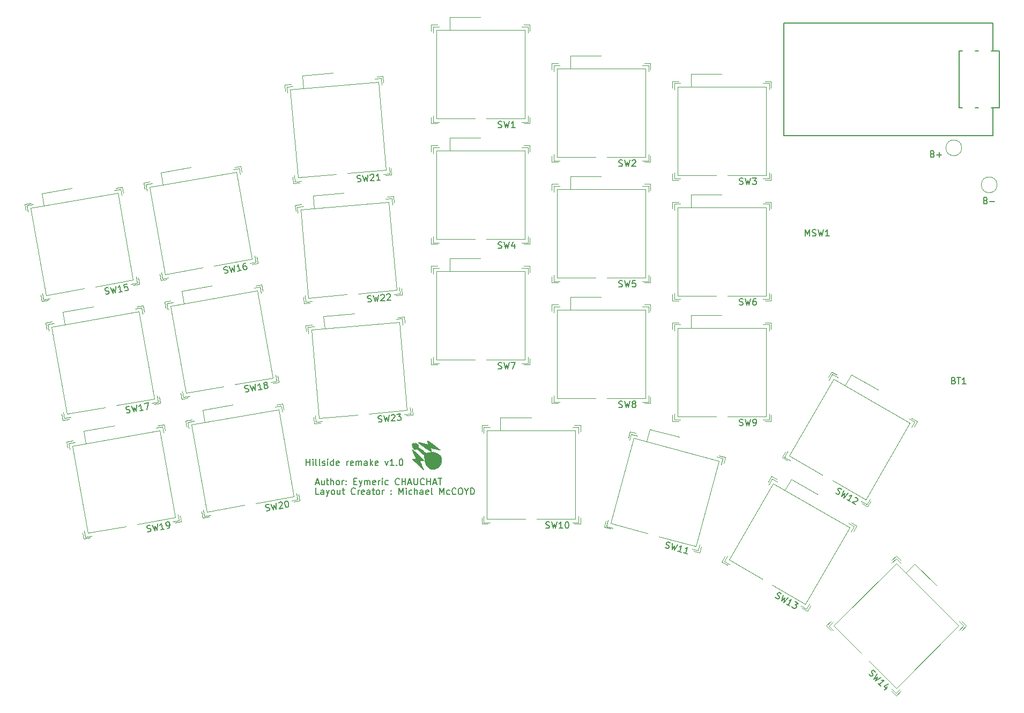
<source format=gbr>
%TF.GenerationSoftware,KiCad,Pcbnew,8.0.6*%
%TF.CreationDate,2025-05-26T15:16:57+09:00*%
%TF.ProjectId,hillside_speedrun,68696c6c-7369-4646-955f-737065656472,rev?*%
%TF.SameCoordinates,Original*%
%TF.FileFunction,Legend,Top*%
%TF.FilePolarity,Positive*%
%FSLAX46Y46*%
G04 Gerber Fmt 4.6, Leading zero omitted, Abs format (unit mm)*
G04 Created by KiCad (PCBNEW 8.0.6) date 2025-05-26 15:16:57*
%MOMM*%
%LPD*%
G01*
G04 APERTURE LIST*
%ADD10C,0.200000*%
%ADD11C,0.150000*%
%ADD12C,0.010000*%
%ADD13C,0.120000*%
G04 APERTURE END LIST*
D10*
X69749863Y-104476569D02*
X69273673Y-104476569D01*
X69273673Y-104476569D02*
X69273673Y-103476569D01*
X70511768Y-104476569D02*
X70511768Y-103952759D01*
X70511768Y-103952759D02*
X70464149Y-103857521D01*
X70464149Y-103857521D02*
X70368911Y-103809902D01*
X70368911Y-103809902D02*
X70178435Y-103809902D01*
X70178435Y-103809902D02*
X70083197Y-103857521D01*
X70511768Y-104428950D02*
X70416530Y-104476569D01*
X70416530Y-104476569D02*
X70178435Y-104476569D01*
X70178435Y-104476569D02*
X70083197Y-104428950D01*
X70083197Y-104428950D02*
X70035578Y-104333711D01*
X70035578Y-104333711D02*
X70035578Y-104238473D01*
X70035578Y-104238473D02*
X70083197Y-104143235D01*
X70083197Y-104143235D02*
X70178435Y-104095616D01*
X70178435Y-104095616D02*
X70416530Y-104095616D01*
X70416530Y-104095616D02*
X70511768Y-104047997D01*
X70892721Y-103809902D02*
X71130816Y-104476569D01*
X71368911Y-103809902D02*
X71130816Y-104476569D01*
X71130816Y-104476569D02*
X71035578Y-104714664D01*
X71035578Y-104714664D02*
X70987959Y-104762283D01*
X70987959Y-104762283D02*
X70892721Y-104809902D01*
X71892721Y-104476569D02*
X71797483Y-104428950D01*
X71797483Y-104428950D02*
X71749864Y-104381330D01*
X71749864Y-104381330D02*
X71702245Y-104286092D01*
X71702245Y-104286092D02*
X71702245Y-104000378D01*
X71702245Y-104000378D02*
X71749864Y-103905140D01*
X71749864Y-103905140D02*
X71797483Y-103857521D01*
X71797483Y-103857521D02*
X71892721Y-103809902D01*
X71892721Y-103809902D02*
X72035578Y-103809902D01*
X72035578Y-103809902D02*
X72130816Y-103857521D01*
X72130816Y-103857521D02*
X72178435Y-103905140D01*
X72178435Y-103905140D02*
X72226054Y-104000378D01*
X72226054Y-104000378D02*
X72226054Y-104286092D01*
X72226054Y-104286092D02*
X72178435Y-104381330D01*
X72178435Y-104381330D02*
X72130816Y-104428950D01*
X72130816Y-104428950D02*
X72035578Y-104476569D01*
X72035578Y-104476569D02*
X71892721Y-104476569D01*
X73083197Y-103809902D02*
X73083197Y-104476569D01*
X72654626Y-103809902D02*
X72654626Y-104333711D01*
X72654626Y-104333711D02*
X72702245Y-104428950D01*
X72702245Y-104428950D02*
X72797483Y-104476569D01*
X72797483Y-104476569D02*
X72940340Y-104476569D01*
X72940340Y-104476569D02*
X73035578Y-104428950D01*
X73035578Y-104428950D02*
X73083197Y-104381330D01*
X73416531Y-103809902D02*
X73797483Y-103809902D01*
X73559388Y-103476569D02*
X73559388Y-104333711D01*
X73559388Y-104333711D02*
X73607007Y-104428950D01*
X73607007Y-104428950D02*
X73702245Y-104476569D01*
X73702245Y-104476569D02*
X73797483Y-104476569D01*
X75464150Y-104381330D02*
X75416531Y-104428950D01*
X75416531Y-104428950D02*
X75273674Y-104476569D01*
X75273674Y-104476569D02*
X75178436Y-104476569D01*
X75178436Y-104476569D02*
X75035579Y-104428950D01*
X75035579Y-104428950D02*
X74940341Y-104333711D01*
X74940341Y-104333711D02*
X74892722Y-104238473D01*
X74892722Y-104238473D02*
X74845103Y-104047997D01*
X74845103Y-104047997D02*
X74845103Y-103905140D01*
X74845103Y-103905140D02*
X74892722Y-103714664D01*
X74892722Y-103714664D02*
X74940341Y-103619426D01*
X74940341Y-103619426D02*
X75035579Y-103524188D01*
X75035579Y-103524188D02*
X75178436Y-103476569D01*
X75178436Y-103476569D02*
X75273674Y-103476569D01*
X75273674Y-103476569D02*
X75416531Y-103524188D01*
X75416531Y-103524188D02*
X75464150Y-103571807D01*
X75892722Y-104476569D02*
X75892722Y-103809902D01*
X75892722Y-104000378D02*
X75940341Y-103905140D01*
X75940341Y-103905140D02*
X75987960Y-103857521D01*
X75987960Y-103857521D02*
X76083198Y-103809902D01*
X76083198Y-103809902D02*
X76178436Y-103809902D01*
X76892722Y-104428950D02*
X76797484Y-104476569D01*
X76797484Y-104476569D02*
X76607008Y-104476569D01*
X76607008Y-104476569D02*
X76511770Y-104428950D01*
X76511770Y-104428950D02*
X76464151Y-104333711D01*
X76464151Y-104333711D02*
X76464151Y-103952759D01*
X76464151Y-103952759D02*
X76511770Y-103857521D01*
X76511770Y-103857521D02*
X76607008Y-103809902D01*
X76607008Y-103809902D02*
X76797484Y-103809902D01*
X76797484Y-103809902D02*
X76892722Y-103857521D01*
X76892722Y-103857521D02*
X76940341Y-103952759D01*
X76940341Y-103952759D02*
X76940341Y-104047997D01*
X76940341Y-104047997D02*
X76464151Y-104143235D01*
X77797484Y-104476569D02*
X77797484Y-103952759D01*
X77797484Y-103952759D02*
X77749865Y-103857521D01*
X77749865Y-103857521D02*
X77654627Y-103809902D01*
X77654627Y-103809902D02*
X77464151Y-103809902D01*
X77464151Y-103809902D02*
X77368913Y-103857521D01*
X77797484Y-104428950D02*
X77702246Y-104476569D01*
X77702246Y-104476569D02*
X77464151Y-104476569D01*
X77464151Y-104476569D02*
X77368913Y-104428950D01*
X77368913Y-104428950D02*
X77321294Y-104333711D01*
X77321294Y-104333711D02*
X77321294Y-104238473D01*
X77321294Y-104238473D02*
X77368913Y-104143235D01*
X77368913Y-104143235D02*
X77464151Y-104095616D01*
X77464151Y-104095616D02*
X77702246Y-104095616D01*
X77702246Y-104095616D02*
X77797484Y-104047997D01*
X78130818Y-103809902D02*
X78511770Y-103809902D01*
X78273675Y-103476569D02*
X78273675Y-104333711D01*
X78273675Y-104333711D02*
X78321294Y-104428950D01*
X78321294Y-104428950D02*
X78416532Y-104476569D01*
X78416532Y-104476569D02*
X78511770Y-104476569D01*
X78987961Y-104476569D02*
X78892723Y-104428950D01*
X78892723Y-104428950D02*
X78845104Y-104381330D01*
X78845104Y-104381330D02*
X78797485Y-104286092D01*
X78797485Y-104286092D02*
X78797485Y-104000378D01*
X78797485Y-104000378D02*
X78845104Y-103905140D01*
X78845104Y-103905140D02*
X78892723Y-103857521D01*
X78892723Y-103857521D02*
X78987961Y-103809902D01*
X78987961Y-103809902D02*
X79130818Y-103809902D01*
X79130818Y-103809902D02*
X79226056Y-103857521D01*
X79226056Y-103857521D02*
X79273675Y-103905140D01*
X79273675Y-103905140D02*
X79321294Y-104000378D01*
X79321294Y-104000378D02*
X79321294Y-104286092D01*
X79321294Y-104286092D02*
X79273675Y-104381330D01*
X79273675Y-104381330D02*
X79226056Y-104428950D01*
X79226056Y-104428950D02*
X79130818Y-104476569D01*
X79130818Y-104476569D02*
X78987961Y-104476569D01*
X79749866Y-104476569D02*
X79749866Y-103809902D01*
X79749866Y-104000378D02*
X79797485Y-103905140D01*
X79797485Y-103905140D02*
X79845104Y-103857521D01*
X79845104Y-103857521D02*
X79940342Y-103809902D01*
X79940342Y-103809902D02*
X80035580Y-103809902D01*
X81130819Y-104381330D02*
X81178438Y-104428950D01*
X81178438Y-104428950D02*
X81130819Y-104476569D01*
X81130819Y-104476569D02*
X81083200Y-104428950D01*
X81083200Y-104428950D02*
X81130819Y-104381330D01*
X81130819Y-104381330D02*
X81130819Y-104476569D01*
X81130819Y-103857521D02*
X81178438Y-103905140D01*
X81178438Y-103905140D02*
X81130819Y-103952759D01*
X81130819Y-103952759D02*
X81083200Y-103905140D01*
X81083200Y-103905140D02*
X81130819Y-103857521D01*
X81130819Y-103857521D02*
X81130819Y-103952759D01*
X82368914Y-104476569D02*
X82368914Y-103476569D01*
X82368914Y-103476569D02*
X82702247Y-104190854D01*
X82702247Y-104190854D02*
X83035580Y-103476569D01*
X83035580Y-103476569D02*
X83035580Y-104476569D01*
X83511771Y-104476569D02*
X83511771Y-103809902D01*
X83511771Y-103476569D02*
X83464152Y-103524188D01*
X83464152Y-103524188D02*
X83511771Y-103571807D01*
X83511771Y-103571807D02*
X83559390Y-103524188D01*
X83559390Y-103524188D02*
X83511771Y-103476569D01*
X83511771Y-103476569D02*
X83511771Y-103571807D01*
X84416532Y-104428950D02*
X84321294Y-104476569D01*
X84321294Y-104476569D02*
X84130818Y-104476569D01*
X84130818Y-104476569D02*
X84035580Y-104428950D01*
X84035580Y-104428950D02*
X83987961Y-104381330D01*
X83987961Y-104381330D02*
X83940342Y-104286092D01*
X83940342Y-104286092D02*
X83940342Y-104000378D01*
X83940342Y-104000378D02*
X83987961Y-103905140D01*
X83987961Y-103905140D02*
X84035580Y-103857521D01*
X84035580Y-103857521D02*
X84130818Y-103809902D01*
X84130818Y-103809902D02*
X84321294Y-103809902D01*
X84321294Y-103809902D02*
X84416532Y-103857521D01*
X84845104Y-104476569D02*
X84845104Y-103476569D01*
X85273675Y-104476569D02*
X85273675Y-103952759D01*
X85273675Y-103952759D02*
X85226056Y-103857521D01*
X85226056Y-103857521D02*
X85130818Y-103809902D01*
X85130818Y-103809902D02*
X84987961Y-103809902D01*
X84987961Y-103809902D02*
X84892723Y-103857521D01*
X84892723Y-103857521D02*
X84845104Y-103905140D01*
X86178437Y-104476569D02*
X86178437Y-103952759D01*
X86178437Y-103952759D02*
X86130818Y-103857521D01*
X86130818Y-103857521D02*
X86035580Y-103809902D01*
X86035580Y-103809902D02*
X85845104Y-103809902D01*
X85845104Y-103809902D02*
X85749866Y-103857521D01*
X86178437Y-104428950D02*
X86083199Y-104476569D01*
X86083199Y-104476569D02*
X85845104Y-104476569D01*
X85845104Y-104476569D02*
X85749866Y-104428950D01*
X85749866Y-104428950D02*
X85702247Y-104333711D01*
X85702247Y-104333711D02*
X85702247Y-104238473D01*
X85702247Y-104238473D02*
X85749866Y-104143235D01*
X85749866Y-104143235D02*
X85845104Y-104095616D01*
X85845104Y-104095616D02*
X86083199Y-104095616D01*
X86083199Y-104095616D02*
X86178437Y-104047997D01*
X87035580Y-104428950D02*
X86940342Y-104476569D01*
X86940342Y-104476569D02*
X86749866Y-104476569D01*
X86749866Y-104476569D02*
X86654628Y-104428950D01*
X86654628Y-104428950D02*
X86607009Y-104333711D01*
X86607009Y-104333711D02*
X86607009Y-103952759D01*
X86607009Y-103952759D02*
X86654628Y-103857521D01*
X86654628Y-103857521D02*
X86749866Y-103809902D01*
X86749866Y-103809902D02*
X86940342Y-103809902D01*
X86940342Y-103809902D02*
X87035580Y-103857521D01*
X87035580Y-103857521D02*
X87083199Y-103952759D01*
X87083199Y-103952759D02*
X87083199Y-104047997D01*
X87083199Y-104047997D02*
X86607009Y-104143235D01*
X87654628Y-104476569D02*
X87559390Y-104428950D01*
X87559390Y-104428950D02*
X87511771Y-104333711D01*
X87511771Y-104333711D02*
X87511771Y-103476569D01*
X88797486Y-104476569D02*
X88797486Y-103476569D01*
X88797486Y-103476569D02*
X89130819Y-104190854D01*
X89130819Y-104190854D02*
X89464152Y-103476569D01*
X89464152Y-103476569D02*
X89464152Y-104476569D01*
X90368914Y-104428950D02*
X90273676Y-104476569D01*
X90273676Y-104476569D02*
X90083200Y-104476569D01*
X90083200Y-104476569D02*
X89987962Y-104428950D01*
X89987962Y-104428950D02*
X89940343Y-104381330D01*
X89940343Y-104381330D02*
X89892724Y-104286092D01*
X89892724Y-104286092D02*
X89892724Y-104000378D01*
X89892724Y-104000378D02*
X89940343Y-103905140D01*
X89940343Y-103905140D02*
X89987962Y-103857521D01*
X89987962Y-103857521D02*
X90083200Y-103809902D01*
X90083200Y-103809902D02*
X90273676Y-103809902D01*
X90273676Y-103809902D02*
X90368914Y-103857521D01*
X91368914Y-104381330D02*
X91321295Y-104428950D01*
X91321295Y-104428950D02*
X91178438Y-104476569D01*
X91178438Y-104476569D02*
X91083200Y-104476569D01*
X91083200Y-104476569D02*
X90940343Y-104428950D01*
X90940343Y-104428950D02*
X90845105Y-104333711D01*
X90845105Y-104333711D02*
X90797486Y-104238473D01*
X90797486Y-104238473D02*
X90749867Y-104047997D01*
X90749867Y-104047997D02*
X90749867Y-103905140D01*
X90749867Y-103905140D02*
X90797486Y-103714664D01*
X90797486Y-103714664D02*
X90845105Y-103619426D01*
X90845105Y-103619426D02*
X90940343Y-103524188D01*
X90940343Y-103524188D02*
X91083200Y-103476569D01*
X91083200Y-103476569D02*
X91178438Y-103476569D01*
X91178438Y-103476569D02*
X91321295Y-103524188D01*
X91321295Y-103524188D02*
X91368914Y-103571807D01*
X91987962Y-103476569D02*
X92178438Y-103476569D01*
X92178438Y-103476569D02*
X92273676Y-103524188D01*
X92273676Y-103524188D02*
X92368914Y-103619426D01*
X92368914Y-103619426D02*
X92416533Y-103809902D01*
X92416533Y-103809902D02*
X92416533Y-104143235D01*
X92416533Y-104143235D02*
X92368914Y-104333711D01*
X92368914Y-104333711D02*
X92273676Y-104428950D01*
X92273676Y-104428950D02*
X92178438Y-104476569D01*
X92178438Y-104476569D02*
X91987962Y-104476569D01*
X91987962Y-104476569D02*
X91892724Y-104428950D01*
X91892724Y-104428950D02*
X91797486Y-104333711D01*
X91797486Y-104333711D02*
X91749867Y-104143235D01*
X91749867Y-104143235D02*
X91749867Y-103809902D01*
X91749867Y-103809902D02*
X91797486Y-103619426D01*
X91797486Y-103619426D02*
X91892724Y-103524188D01*
X91892724Y-103524188D02*
X91987962Y-103476569D01*
X93035581Y-104000378D02*
X93035581Y-104476569D01*
X92702248Y-103476569D02*
X93035581Y-104000378D01*
X93035581Y-104000378D02*
X93368914Y-103476569D01*
X93702248Y-104476569D02*
X93702248Y-103476569D01*
X93702248Y-103476569D02*
X93940343Y-103476569D01*
X93940343Y-103476569D02*
X94083200Y-103524188D01*
X94083200Y-103524188D02*
X94178438Y-103619426D01*
X94178438Y-103619426D02*
X94226057Y-103714664D01*
X94226057Y-103714664D02*
X94273676Y-103905140D01*
X94273676Y-103905140D02*
X94273676Y-104047997D01*
X94273676Y-104047997D02*
X94226057Y-104238473D01*
X94226057Y-104238473D02*
X94178438Y-104333711D01*
X94178438Y-104333711D02*
X94083200Y-104428950D01*
X94083200Y-104428950D02*
X93940343Y-104476569D01*
X93940343Y-104476569D02*
X93702248Y-104476569D01*
X69226054Y-102666854D02*
X69702244Y-102666854D01*
X69130816Y-102952569D02*
X69464149Y-101952569D01*
X69464149Y-101952569D02*
X69797482Y-102952569D01*
X70559387Y-102285902D02*
X70559387Y-102952569D01*
X70130816Y-102285902D02*
X70130816Y-102809711D01*
X70130816Y-102809711D02*
X70178435Y-102904950D01*
X70178435Y-102904950D02*
X70273673Y-102952569D01*
X70273673Y-102952569D02*
X70416530Y-102952569D01*
X70416530Y-102952569D02*
X70511768Y-102904950D01*
X70511768Y-102904950D02*
X70559387Y-102857330D01*
X70892721Y-102285902D02*
X71273673Y-102285902D01*
X71035578Y-101952569D02*
X71035578Y-102809711D01*
X71035578Y-102809711D02*
X71083197Y-102904950D01*
X71083197Y-102904950D02*
X71178435Y-102952569D01*
X71178435Y-102952569D02*
X71273673Y-102952569D01*
X71607007Y-102952569D02*
X71607007Y-101952569D01*
X72035578Y-102952569D02*
X72035578Y-102428759D01*
X72035578Y-102428759D02*
X71987959Y-102333521D01*
X71987959Y-102333521D02*
X71892721Y-102285902D01*
X71892721Y-102285902D02*
X71749864Y-102285902D01*
X71749864Y-102285902D02*
X71654626Y-102333521D01*
X71654626Y-102333521D02*
X71607007Y-102381140D01*
X72654626Y-102952569D02*
X72559388Y-102904950D01*
X72559388Y-102904950D02*
X72511769Y-102857330D01*
X72511769Y-102857330D02*
X72464150Y-102762092D01*
X72464150Y-102762092D02*
X72464150Y-102476378D01*
X72464150Y-102476378D02*
X72511769Y-102381140D01*
X72511769Y-102381140D02*
X72559388Y-102333521D01*
X72559388Y-102333521D02*
X72654626Y-102285902D01*
X72654626Y-102285902D02*
X72797483Y-102285902D01*
X72797483Y-102285902D02*
X72892721Y-102333521D01*
X72892721Y-102333521D02*
X72940340Y-102381140D01*
X72940340Y-102381140D02*
X72987959Y-102476378D01*
X72987959Y-102476378D02*
X72987959Y-102762092D01*
X72987959Y-102762092D02*
X72940340Y-102857330D01*
X72940340Y-102857330D02*
X72892721Y-102904950D01*
X72892721Y-102904950D02*
X72797483Y-102952569D01*
X72797483Y-102952569D02*
X72654626Y-102952569D01*
X73416531Y-102952569D02*
X73416531Y-102285902D01*
X73416531Y-102476378D02*
X73464150Y-102381140D01*
X73464150Y-102381140D02*
X73511769Y-102333521D01*
X73511769Y-102333521D02*
X73607007Y-102285902D01*
X73607007Y-102285902D02*
X73702245Y-102285902D01*
X74035579Y-102857330D02*
X74083198Y-102904950D01*
X74083198Y-102904950D02*
X74035579Y-102952569D01*
X74035579Y-102952569D02*
X73987960Y-102904950D01*
X73987960Y-102904950D02*
X74035579Y-102857330D01*
X74035579Y-102857330D02*
X74035579Y-102952569D01*
X74035579Y-102333521D02*
X74083198Y-102381140D01*
X74083198Y-102381140D02*
X74035579Y-102428759D01*
X74035579Y-102428759D02*
X73987960Y-102381140D01*
X73987960Y-102381140D02*
X74035579Y-102333521D01*
X74035579Y-102333521D02*
X74035579Y-102428759D01*
X75273674Y-102428759D02*
X75607007Y-102428759D01*
X75749864Y-102952569D02*
X75273674Y-102952569D01*
X75273674Y-102952569D02*
X75273674Y-101952569D01*
X75273674Y-101952569D02*
X75749864Y-101952569D01*
X76083198Y-102285902D02*
X76321293Y-102952569D01*
X76559388Y-102285902D02*
X76321293Y-102952569D01*
X76321293Y-102952569D02*
X76226055Y-103190664D01*
X76226055Y-103190664D02*
X76178436Y-103238283D01*
X76178436Y-103238283D02*
X76083198Y-103285902D01*
X76940341Y-102952569D02*
X76940341Y-102285902D01*
X76940341Y-102381140D02*
X76987960Y-102333521D01*
X76987960Y-102333521D02*
X77083198Y-102285902D01*
X77083198Y-102285902D02*
X77226055Y-102285902D01*
X77226055Y-102285902D02*
X77321293Y-102333521D01*
X77321293Y-102333521D02*
X77368912Y-102428759D01*
X77368912Y-102428759D02*
X77368912Y-102952569D01*
X77368912Y-102428759D02*
X77416531Y-102333521D01*
X77416531Y-102333521D02*
X77511769Y-102285902D01*
X77511769Y-102285902D02*
X77654626Y-102285902D01*
X77654626Y-102285902D02*
X77749865Y-102333521D01*
X77749865Y-102333521D02*
X77797484Y-102428759D01*
X77797484Y-102428759D02*
X77797484Y-102952569D01*
X78654626Y-102904950D02*
X78559388Y-102952569D01*
X78559388Y-102952569D02*
X78368912Y-102952569D01*
X78368912Y-102952569D02*
X78273674Y-102904950D01*
X78273674Y-102904950D02*
X78226055Y-102809711D01*
X78226055Y-102809711D02*
X78226055Y-102428759D01*
X78226055Y-102428759D02*
X78273674Y-102333521D01*
X78273674Y-102333521D02*
X78368912Y-102285902D01*
X78368912Y-102285902D02*
X78559388Y-102285902D01*
X78559388Y-102285902D02*
X78654626Y-102333521D01*
X78654626Y-102333521D02*
X78702245Y-102428759D01*
X78702245Y-102428759D02*
X78702245Y-102523997D01*
X78702245Y-102523997D02*
X78226055Y-102619235D01*
X79130817Y-102952569D02*
X79130817Y-102285902D01*
X79130817Y-102476378D02*
X79178436Y-102381140D01*
X79178436Y-102381140D02*
X79226055Y-102333521D01*
X79226055Y-102333521D02*
X79321293Y-102285902D01*
X79321293Y-102285902D02*
X79416531Y-102285902D01*
X79749865Y-102952569D02*
X79749865Y-102285902D01*
X79749865Y-101952569D02*
X79702246Y-102000188D01*
X79702246Y-102000188D02*
X79749865Y-102047807D01*
X79749865Y-102047807D02*
X79797484Y-102000188D01*
X79797484Y-102000188D02*
X79749865Y-101952569D01*
X79749865Y-101952569D02*
X79749865Y-102047807D01*
X80654626Y-102904950D02*
X80559388Y-102952569D01*
X80559388Y-102952569D02*
X80368912Y-102952569D01*
X80368912Y-102952569D02*
X80273674Y-102904950D01*
X80273674Y-102904950D02*
X80226055Y-102857330D01*
X80226055Y-102857330D02*
X80178436Y-102762092D01*
X80178436Y-102762092D02*
X80178436Y-102476378D01*
X80178436Y-102476378D02*
X80226055Y-102381140D01*
X80226055Y-102381140D02*
X80273674Y-102333521D01*
X80273674Y-102333521D02*
X80368912Y-102285902D01*
X80368912Y-102285902D02*
X80559388Y-102285902D01*
X80559388Y-102285902D02*
X80654626Y-102333521D01*
X82416531Y-102857330D02*
X82368912Y-102904950D01*
X82368912Y-102904950D02*
X82226055Y-102952569D01*
X82226055Y-102952569D02*
X82130817Y-102952569D01*
X82130817Y-102952569D02*
X81987960Y-102904950D01*
X81987960Y-102904950D02*
X81892722Y-102809711D01*
X81892722Y-102809711D02*
X81845103Y-102714473D01*
X81845103Y-102714473D02*
X81797484Y-102523997D01*
X81797484Y-102523997D02*
X81797484Y-102381140D01*
X81797484Y-102381140D02*
X81845103Y-102190664D01*
X81845103Y-102190664D02*
X81892722Y-102095426D01*
X81892722Y-102095426D02*
X81987960Y-102000188D01*
X81987960Y-102000188D02*
X82130817Y-101952569D01*
X82130817Y-101952569D02*
X82226055Y-101952569D01*
X82226055Y-101952569D02*
X82368912Y-102000188D01*
X82368912Y-102000188D02*
X82416531Y-102047807D01*
X82845103Y-102952569D02*
X82845103Y-101952569D01*
X82845103Y-102428759D02*
X83416531Y-102428759D01*
X83416531Y-102952569D02*
X83416531Y-101952569D01*
X83845103Y-102666854D02*
X84321293Y-102666854D01*
X83749865Y-102952569D02*
X84083198Y-101952569D01*
X84083198Y-101952569D02*
X84416531Y-102952569D01*
X84749865Y-101952569D02*
X84749865Y-102762092D01*
X84749865Y-102762092D02*
X84797484Y-102857330D01*
X84797484Y-102857330D02*
X84845103Y-102904950D01*
X84845103Y-102904950D02*
X84940341Y-102952569D01*
X84940341Y-102952569D02*
X85130817Y-102952569D01*
X85130817Y-102952569D02*
X85226055Y-102904950D01*
X85226055Y-102904950D02*
X85273674Y-102857330D01*
X85273674Y-102857330D02*
X85321293Y-102762092D01*
X85321293Y-102762092D02*
X85321293Y-101952569D01*
X86368912Y-102857330D02*
X86321293Y-102904950D01*
X86321293Y-102904950D02*
X86178436Y-102952569D01*
X86178436Y-102952569D02*
X86083198Y-102952569D01*
X86083198Y-102952569D02*
X85940341Y-102904950D01*
X85940341Y-102904950D02*
X85845103Y-102809711D01*
X85845103Y-102809711D02*
X85797484Y-102714473D01*
X85797484Y-102714473D02*
X85749865Y-102523997D01*
X85749865Y-102523997D02*
X85749865Y-102381140D01*
X85749865Y-102381140D02*
X85797484Y-102190664D01*
X85797484Y-102190664D02*
X85845103Y-102095426D01*
X85845103Y-102095426D02*
X85940341Y-102000188D01*
X85940341Y-102000188D02*
X86083198Y-101952569D01*
X86083198Y-101952569D02*
X86178436Y-101952569D01*
X86178436Y-101952569D02*
X86321293Y-102000188D01*
X86321293Y-102000188D02*
X86368912Y-102047807D01*
X86797484Y-102952569D02*
X86797484Y-101952569D01*
X86797484Y-102428759D02*
X87368912Y-102428759D01*
X87368912Y-102952569D02*
X87368912Y-101952569D01*
X87797484Y-102666854D02*
X88273674Y-102666854D01*
X87702246Y-102952569D02*
X88035579Y-101952569D01*
X88035579Y-101952569D02*
X88368912Y-102952569D01*
X88559389Y-101952569D02*
X89130817Y-101952569D01*
X88845103Y-102952569D02*
X88845103Y-101952569D01*
X67749673Y-99904569D02*
X67749673Y-98904569D01*
X67749673Y-99380759D02*
X68321101Y-99380759D01*
X68321101Y-99904569D02*
X68321101Y-98904569D01*
X68797292Y-99904569D02*
X68797292Y-99237902D01*
X68797292Y-98904569D02*
X68749673Y-98952188D01*
X68749673Y-98952188D02*
X68797292Y-98999807D01*
X68797292Y-98999807D02*
X68844911Y-98952188D01*
X68844911Y-98952188D02*
X68797292Y-98904569D01*
X68797292Y-98904569D02*
X68797292Y-98999807D01*
X69416339Y-99904569D02*
X69321101Y-99856950D01*
X69321101Y-99856950D02*
X69273482Y-99761711D01*
X69273482Y-99761711D02*
X69273482Y-98904569D01*
X69940149Y-99904569D02*
X69844911Y-99856950D01*
X69844911Y-99856950D02*
X69797292Y-99761711D01*
X69797292Y-99761711D02*
X69797292Y-98904569D01*
X70273483Y-99856950D02*
X70368721Y-99904569D01*
X70368721Y-99904569D02*
X70559197Y-99904569D01*
X70559197Y-99904569D02*
X70654435Y-99856950D01*
X70654435Y-99856950D02*
X70702054Y-99761711D01*
X70702054Y-99761711D02*
X70702054Y-99714092D01*
X70702054Y-99714092D02*
X70654435Y-99618854D01*
X70654435Y-99618854D02*
X70559197Y-99571235D01*
X70559197Y-99571235D02*
X70416340Y-99571235D01*
X70416340Y-99571235D02*
X70321102Y-99523616D01*
X70321102Y-99523616D02*
X70273483Y-99428378D01*
X70273483Y-99428378D02*
X70273483Y-99380759D01*
X70273483Y-99380759D02*
X70321102Y-99285521D01*
X70321102Y-99285521D02*
X70416340Y-99237902D01*
X70416340Y-99237902D02*
X70559197Y-99237902D01*
X70559197Y-99237902D02*
X70654435Y-99285521D01*
X71130626Y-99904569D02*
X71130626Y-99237902D01*
X71130626Y-98904569D02*
X71083007Y-98952188D01*
X71083007Y-98952188D02*
X71130626Y-98999807D01*
X71130626Y-98999807D02*
X71178245Y-98952188D01*
X71178245Y-98952188D02*
X71130626Y-98904569D01*
X71130626Y-98904569D02*
X71130626Y-98999807D01*
X72035387Y-99904569D02*
X72035387Y-98904569D01*
X72035387Y-99856950D02*
X71940149Y-99904569D01*
X71940149Y-99904569D02*
X71749673Y-99904569D01*
X71749673Y-99904569D02*
X71654435Y-99856950D01*
X71654435Y-99856950D02*
X71606816Y-99809330D01*
X71606816Y-99809330D02*
X71559197Y-99714092D01*
X71559197Y-99714092D02*
X71559197Y-99428378D01*
X71559197Y-99428378D02*
X71606816Y-99333140D01*
X71606816Y-99333140D02*
X71654435Y-99285521D01*
X71654435Y-99285521D02*
X71749673Y-99237902D01*
X71749673Y-99237902D02*
X71940149Y-99237902D01*
X71940149Y-99237902D02*
X72035387Y-99285521D01*
X72892530Y-99856950D02*
X72797292Y-99904569D01*
X72797292Y-99904569D02*
X72606816Y-99904569D01*
X72606816Y-99904569D02*
X72511578Y-99856950D01*
X72511578Y-99856950D02*
X72463959Y-99761711D01*
X72463959Y-99761711D02*
X72463959Y-99380759D01*
X72463959Y-99380759D02*
X72511578Y-99285521D01*
X72511578Y-99285521D02*
X72606816Y-99237902D01*
X72606816Y-99237902D02*
X72797292Y-99237902D01*
X72797292Y-99237902D02*
X72892530Y-99285521D01*
X72892530Y-99285521D02*
X72940149Y-99380759D01*
X72940149Y-99380759D02*
X72940149Y-99475997D01*
X72940149Y-99475997D02*
X72463959Y-99571235D01*
X74130626Y-99904569D02*
X74130626Y-99237902D01*
X74130626Y-99428378D02*
X74178245Y-99333140D01*
X74178245Y-99333140D02*
X74225864Y-99285521D01*
X74225864Y-99285521D02*
X74321102Y-99237902D01*
X74321102Y-99237902D02*
X74416340Y-99237902D01*
X75130626Y-99856950D02*
X75035388Y-99904569D01*
X75035388Y-99904569D02*
X74844912Y-99904569D01*
X74844912Y-99904569D02*
X74749674Y-99856950D01*
X74749674Y-99856950D02*
X74702055Y-99761711D01*
X74702055Y-99761711D02*
X74702055Y-99380759D01*
X74702055Y-99380759D02*
X74749674Y-99285521D01*
X74749674Y-99285521D02*
X74844912Y-99237902D01*
X74844912Y-99237902D02*
X75035388Y-99237902D01*
X75035388Y-99237902D02*
X75130626Y-99285521D01*
X75130626Y-99285521D02*
X75178245Y-99380759D01*
X75178245Y-99380759D02*
X75178245Y-99475997D01*
X75178245Y-99475997D02*
X74702055Y-99571235D01*
X75606817Y-99904569D02*
X75606817Y-99237902D01*
X75606817Y-99333140D02*
X75654436Y-99285521D01*
X75654436Y-99285521D02*
X75749674Y-99237902D01*
X75749674Y-99237902D02*
X75892531Y-99237902D01*
X75892531Y-99237902D02*
X75987769Y-99285521D01*
X75987769Y-99285521D02*
X76035388Y-99380759D01*
X76035388Y-99380759D02*
X76035388Y-99904569D01*
X76035388Y-99380759D02*
X76083007Y-99285521D01*
X76083007Y-99285521D02*
X76178245Y-99237902D01*
X76178245Y-99237902D02*
X76321102Y-99237902D01*
X76321102Y-99237902D02*
X76416341Y-99285521D01*
X76416341Y-99285521D02*
X76463960Y-99380759D01*
X76463960Y-99380759D02*
X76463960Y-99904569D01*
X77368721Y-99904569D02*
X77368721Y-99380759D01*
X77368721Y-99380759D02*
X77321102Y-99285521D01*
X77321102Y-99285521D02*
X77225864Y-99237902D01*
X77225864Y-99237902D02*
X77035388Y-99237902D01*
X77035388Y-99237902D02*
X76940150Y-99285521D01*
X77368721Y-99856950D02*
X77273483Y-99904569D01*
X77273483Y-99904569D02*
X77035388Y-99904569D01*
X77035388Y-99904569D02*
X76940150Y-99856950D01*
X76940150Y-99856950D02*
X76892531Y-99761711D01*
X76892531Y-99761711D02*
X76892531Y-99666473D01*
X76892531Y-99666473D02*
X76940150Y-99571235D01*
X76940150Y-99571235D02*
X77035388Y-99523616D01*
X77035388Y-99523616D02*
X77273483Y-99523616D01*
X77273483Y-99523616D02*
X77368721Y-99475997D01*
X77844912Y-99904569D02*
X77844912Y-98904569D01*
X77940150Y-99523616D02*
X78225864Y-99904569D01*
X78225864Y-99237902D02*
X77844912Y-99618854D01*
X79035388Y-99856950D02*
X78940150Y-99904569D01*
X78940150Y-99904569D02*
X78749674Y-99904569D01*
X78749674Y-99904569D02*
X78654436Y-99856950D01*
X78654436Y-99856950D02*
X78606817Y-99761711D01*
X78606817Y-99761711D02*
X78606817Y-99380759D01*
X78606817Y-99380759D02*
X78654436Y-99285521D01*
X78654436Y-99285521D02*
X78749674Y-99237902D01*
X78749674Y-99237902D02*
X78940150Y-99237902D01*
X78940150Y-99237902D02*
X79035388Y-99285521D01*
X79035388Y-99285521D02*
X79083007Y-99380759D01*
X79083007Y-99380759D02*
X79083007Y-99475997D01*
X79083007Y-99475997D02*
X78606817Y-99571235D01*
X80178246Y-99237902D02*
X80416341Y-99904569D01*
X80416341Y-99904569D02*
X80654436Y-99237902D01*
X81559198Y-99904569D02*
X80987770Y-99904569D01*
X81273484Y-99904569D02*
X81273484Y-98904569D01*
X81273484Y-98904569D02*
X81178246Y-99047426D01*
X81178246Y-99047426D02*
X81083008Y-99142664D01*
X81083008Y-99142664D02*
X80987770Y-99190283D01*
X81987770Y-99809330D02*
X82035389Y-99856950D01*
X82035389Y-99856950D02*
X81987770Y-99904569D01*
X81987770Y-99904569D02*
X81940151Y-99856950D01*
X81940151Y-99856950D02*
X81987770Y-99809330D01*
X81987770Y-99809330D02*
X81987770Y-99904569D01*
X82654436Y-98904569D02*
X82749674Y-98904569D01*
X82749674Y-98904569D02*
X82844912Y-98952188D01*
X82844912Y-98952188D02*
X82892531Y-98999807D01*
X82892531Y-98999807D02*
X82940150Y-99095045D01*
X82940150Y-99095045D02*
X82987769Y-99285521D01*
X82987769Y-99285521D02*
X82987769Y-99523616D01*
X82987769Y-99523616D02*
X82940150Y-99714092D01*
X82940150Y-99714092D02*
X82892531Y-99809330D01*
X82892531Y-99809330D02*
X82844912Y-99856950D01*
X82844912Y-99856950D02*
X82749674Y-99904569D01*
X82749674Y-99904569D02*
X82654436Y-99904569D01*
X82654436Y-99904569D02*
X82559198Y-99856950D01*
X82559198Y-99856950D02*
X82511579Y-99809330D01*
X82511579Y-99809330D02*
X82463960Y-99714092D01*
X82463960Y-99714092D02*
X82416341Y-99523616D01*
X82416341Y-99523616D02*
X82416341Y-99285521D01*
X82416341Y-99285521D02*
X82463960Y-99095045D01*
X82463960Y-99095045D02*
X82511579Y-98999807D01*
X82511579Y-98999807D02*
X82559198Y-98952188D01*
X82559198Y-98952188D02*
X82654436Y-98904569D01*
X175036381Y-58055759D02*
X175179238Y-58103378D01*
X175179238Y-58103378D02*
X175226857Y-58150997D01*
X175226857Y-58150997D02*
X175274476Y-58246235D01*
X175274476Y-58246235D02*
X175274476Y-58389092D01*
X175274476Y-58389092D02*
X175226857Y-58484330D01*
X175226857Y-58484330D02*
X175179238Y-58531950D01*
X175179238Y-58531950D02*
X175084000Y-58579569D01*
X175084000Y-58579569D02*
X174703048Y-58579569D01*
X174703048Y-58579569D02*
X174703048Y-57579569D01*
X174703048Y-57579569D02*
X175036381Y-57579569D01*
X175036381Y-57579569D02*
X175131619Y-57627188D01*
X175131619Y-57627188D02*
X175179238Y-57674807D01*
X175179238Y-57674807D02*
X175226857Y-57770045D01*
X175226857Y-57770045D02*
X175226857Y-57865283D01*
X175226857Y-57865283D02*
X175179238Y-57960521D01*
X175179238Y-57960521D02*
X175131619Y-58008140D01*
X175131619Y-58008140D02*
X175036381Y-58055759D01*
X175036381Y-58055759D02*
X174703048Y-58055759D01*
X175703048Y-58198616D02*
X176464953Y-58198616D01*
X166654381Y-50689759D02*
X166797238Y-50737378D01*
X166797238Y-50737378D02*
X166844857Y-50784997D01*
X166844857Y-50784997D02*
X166892476Y-50880235D01*
X166892476Y-50880235D02*
X166892476Y-51023092D01*
X166892476Y-51023092D02*
X166844857Y-51118330D01*
X166844857Y-51118330D02*
X166797238Y-51165950D01*
X166797238Y-51165950D02*
X166702000Y-51213569D01*
X166702000Y-51213569D02*
X166321048Y-51213569D01*
X166321048Y-51213569D02*
X166321048Y-50213569D01*
X166321048Y-50213569D02*
X166654381Y-50213569D01*
X166654381Y-50213569D02*
X166749619Y-50261188D01*
X166749619Y-50261188D02*
X166797238Y-50308807D01*
X166797238Y-50308807D02*
X166844857Y-50404045D01*
X166844857Y-50404045D02*
X166844857Y-50499283D01*
X166844857Y-50499283D02*
X166797238Y-50594521D01*
X166797238Y-50594521D02*
X166749619Y-50642140D01*
X166749619Y-50642140D02*
X166654381Y-50689759D01*
X166654381Y-50689759D02*
X166321048Y-50689759D01*
X167321048Y-50832616D02*
X168082953Y-50832616D01*
X167702000Y-51213569D02*
X167702000Y-50451664D01*
D11*
X75811436Y-55075091D02*
X75957900Y-55110078D01*
X75957900Y-55110078D02*
X76195089Y-55089327D01*
X76195089Y-55089327D02*
X76285815Y-55033589D01*
X76285815Y-55033589D02*
X76329102Y-54982001D01*
X76329102Y-54982001D02*
X76368240Y-54882975D01*
X76368240Y-54882975D02*
X76359939Y-54788099D01*
X76359939Y-54788099D02*
X76304201Y-54697373D01*
X76304201Y-54697373D02*
X76252613Y-54654086D01*
X76252613Y-54654086D02*
X76153587Y-54614949D01*
X76153587Y-54614949D02*
X75959685Y-54584112D01*
X75959685Y-54584112D02*
X75860659Y-54544975D01*
X75860659Y-54544975D02*
X75809071Y-54501687D01*
X75809071Y-54501687D02*
X75753332Y-54410962D01*
X75753332Y-54410962D02*
X75745032Y-54316086D01*
X75745032Y-54316086D02*
X75784169Y-54217060D01*
X75784169Y-54217060D02*
X75827457Y-54165472D01*
X75827457Y-54165472D02*
X75918182Y-54109733D01*
X75918182Y-54109733D02*
X76155371Y-54088982D01*
X76155371Y-54088982D02*
X76301835Y-54123969D01*
X76629750Y-54047479D02*
X76954095Y-55022923D01*
X76954095Y-55022923D02*
X77081592Y-54294754D01*
X77081592Y-54294754D02*
X77333598Y-54989720D01*
X77333598Y-54989720D02*
X77483631Y-53972774D01*
X77823996Y-54038598D02*
X77867284Y-53987010D01*
X77867284Y-53987010D02*
X77958009Y-53931272D01*
X77958009Y-53931272D02*
X78195199Y-53910520D01*
X78195199Y-53910520D02*
X78294225Y-53949658D01*
X78294225Y-53949658D02*
X78345813Y-53992945D01*
X78345813Y-53992945D02*
X78401551Y-54083671D01*
X78401551Y-54083671D02*
X78409852Y-54178546D01*
X78409852Y-54178546D02*
X78374865Y-54325010D01*
X78374865Y-54325010D02*
X77855414Y-54944067D01*
X77855414Y-54944067D02*
X78472106Y-54890114D01*
X79420863Y-54807108D02*
X78851608Y-54856912D01*
X79136236Y-54832010D02*
X79049080Y-53835815D01*
X79049080Y-53835815D02*
X78966655Y-53986429D01*
X78966655Y-53986429D02*
X78880080Y-54089606D01*
X78880080Y-54089606D02*
X78789354Y-54145344D01*
X54822524Y-69520471D02*
X54971480Y-69542559D01*
X54971480Y-69542559D02*
X55205958Y-69501215D01*
X55205958Y-69501215D02*
X55291480Y-69437781D01*
X55291480Y-69437781D02*
X55330107Y-69382617D01*
X55330107Y-69382617D02*
X55360464Y-69280556D01*
X55360464Y-69280556D02*
X55343926Y-69186765D01*
X55343926Y-69186765D02*
X55280493Y-69101243D01*
X55280493Y-69101243D02*
X55225328Y-69062616D01*
X55225328Y-69062616D02*
X55123268Y-69032259D01*
X55123268Y-69032259D02*
X54927417Y-69018439D01*
X54927417Y-69018439D02*
X54825357Y-68988081D01*
X54825357Y-68988081D02*
X54770192Y-68949454D01*
X54770192Y-68949454D02*
X54706759Y-68863932D01*
X54706759Y-68863932D02*
X54690221Y-68770141D01*
X54690221Y-68770141D02*
X54720578Y-68668081D01*
X54720578Y-68668081D02*
X54759205Y-68612916D01*
X54759205Y-68612916D02*
X54844727Y-68549483D01*
X54844727Y-68549483D02*
X55079205Y-68508138D01*
X55079205Y-68508138D02*
X55228161Y-68530227D01*
X55548161Y-68425448D02*
X55956288Y-69368911D01*
X55956288Y-69368911D02*
X56019836Y-68632401D01*
X56019836Y-68632401D02*
X56331452Y-69302760D01*
X56331452Y-69302760D02*
X56392282Y-68276607D01*
X57456947Y-69104305D02*
X56894200Y-69203532D01*
X57175573Y-69153918D02*
X57001925Y-68169111D01*
X57001925Y-68169111D02*
X56932941Y-68326335D01*
X56932941Y-68326335D02*
X56855687Y-68436664D01*
X56855687Y-68436664D02*
X56770165Y-68500098D01*
X58127420Y-67970655D02*
X57939837Y-68003731D01*
X57939837Y-68003731D02*
X57854315Y-68067165D01*
X57854315Y-68067165D02*
X57815688Y-68122329D01*
X57815688Y-68122329D02*
X57746704Y-68279554D01*
X57746704Y-68279554D02*
X57732884Y-68475406D01*
X57732884Y-68475406D02*
X57799036Y-68850570D01*
X57799036Y-68850570D02*
X57862469Y-68936093D01*
X57862469Y-68936093D02*
X57917634Y-68974719D01*
X57917634Y-68974719D02*
X58019694Y-69005077D01*
X58019694Y-69005077D02*
X58207277Y-68972001D01*
X58207277Y-68972001D02*
X58292799Y-68908568D01*
X58292799Y-68908568D02*
X58331425Y-68853403D01*
X58331425Y-68853403D02*
X58361783Y-68751343D01*
X58361783Y-68751343D02*
X58320438Y-68516865D01*
X58320438Y-68516865D02*
X58257005Y-68431343D01*
X58257005Y-68431343D02*
X58201840Y-68392716D01*
X58201840Y-68392716D02*
X58099780Y-68362358D01*
X58099780Y-68362358D02*
X57912198Y-68395434D01*
X57912198Y-68395434D02*
X57826675Y-68458868D01*
X57826675Y-68458868D02*
X57788049Y-68514032D01*
X57788049Y-68514032D02*
X57757691Y-68616092D01*
X36061937Y-72828469D02*
X36210893Y-72850557D01*
X36210893Y-72850557D02*
X36445371Y-72809213D01*
X36445371Y-72809213D02*
X36530893Y-72745779D01*
X36530893Y-72745779D02*
X36569520Y-72690615D01*
X36569520Y-72690615D02*
X36599877Y-72588554D01*
X36599877Y-72588554D02*
X36583339Y-72494763D01*
X36583339Y-72494763D02*
X36519906Y-72409241D01*
X36519906Y-72409241D02*
X36464741Y-72370614D01*
X36464741Y-72370614D02*
X36362681Y-72340257D01*
X36362681Y-72340257D02*
X36166830Y-72326437D01*
X36166830Y-72326437D02*
X36064770Y-72296079D01*
X36064770Y-72296079D02*
X36009605Y-72257452D01*
X36009605Y-72257452D02*
X35946172Y-72171930D01*
X35946172Y-72171930D02*
X35929634Y-72078139D01*
X35929634Y-72078139D02*
X35959991Y-71976079D01*
X35959991Y-71976079D02*
X35998618Y-71920914D01*
X35998618Y-71920914D02*
X36084140Y-71857481D01*
X36084140Y-71857481D02*
X36318618Y-71816136D01*
X36318618Y-71816136D02*
X36467574Y-71838225D01*
X36787574Y-71733446D02*
X37195701Y-72676909D01*
X37195701Y-72676909D02*
X37259249Y-71940399D01*
X37259249Y-71940399D02*
X37570865Y-72610758D01*
X37570865Y-72610758D02*
X37631695Y-71584605D01*
X38696360Y-72412303D02*
X38133613Y-72511530D01*
X38414986Y-72461916D02*
X38241338Y-71477109D01*
X38241338Y-71477109D02*
X38172354Y-71634333D01*
X38172354Y-71634333D02*
X38095100Y-71744662D01*
X38095100Y-71744662D02*
X38009578Y-71808096D01*
X39413728Y-71270385D02*
X38944772Y-71353074D01*
X38944772Y-71353074D02*
X38980566Y-71830299D01*
X38980566Y-71830299D02*
X39019193Y-71775135D01*
X39019193Y-71775135D02*
X39104715Y-71711701D01*
X39104715Y-71711701D02*
X39339193Y-71670356D01*
X39339193Y-71670356D02*
X39441253Y-71700714D01*
X39441253Y-71700714D02*
X39496418Y-71739341D01*
X39496418Y-71739341D02*
X39559851Y-71824863D01*
X39559851Y-71824863D02*
X39601196Y-72059341D01*
X39601196Y-72059341D02*
X39570838Y-72161401D01*
X39570838Y-72161401D02*
X39532212Y-72216566D01*
X39532212Y-72216566D02*
X39446690Y-72279999D01*
X39446690Y-72279999D02*
X39212212Y-72321344D01*
X39212212Y-72321344D02*
X39110151Y-72290986D01*
X39110151Y-72290986D02*
X39054987Y-72252360D01*
X79132070Y-93030109D02*
X79278534Y-93065096D01*
X79278534Y-93065096D02*
X79515723Y-93044345D01*
X79515723Y-93044345D02*
X79606449Y-92988607D01*
X79606449Y-92988607D02*
X79649736Y-92937019D01*
X79649736Y-92937019D02*
X79688874Y-92837993D01*
X79688874Y-92837993D02*
X79680573Y-92743117D01*
X79680573Y-92743117D02*
X79624835Y-92652391D01*
X79624835Y-92652391D02*
X79573247Y-92609104D01*
X79573247Y-92609104D02*
X79474221Y-92569967D01*
X79474221Y-92569967D02*
X79280319Y-92539130D01*
X79280319Y-92539130D02*
X79181293Y-92499993D01*
X79181293Y-92499993D02*
X79129705Y-92456705D01*
X79129705Y-92456705D02*
X79073966Y-92365980D01*
X79073966Y-92365980D02*
X79065666Y-92271104D01*
X79065666Y-92271104D02*
X79104803Y-92172078D01*
X79104803Y-92172078D02*
X79148091Y-92120490D01*
X79148091Y-92120490D02*
X79238816Y-92064751D01*
X79238816Y-92064751D02*
X79476005Y-92044000D01*
X79476005Y-92044000D02*
X79622469Y-92078987D01*
X79950384Y-92002497D02*
X80274729Y-92977941D01*
X80274729Y-92977941D02*
X80402226Y-92249772D01*
X80402226Y-92249772D02*
X80654232Y-92944738D01*
X80654232Y-92944738D02*
X80804265Y-91927792D01*
X81144630Y-91993616D02*
X81187918Y-91942028D01*
X81187918Y-91942028D02*
X81278643Y-91886290D01*
X81278643Y-91886290D02*
X81515833Y-91865538D01*
X81515833Y-91865538D02*
X81614859Y-91904676D01*
X81614859Y-91904676D02*
X81666447Y-91947963D01*
X81666447Y-91947963D02*
X81722185Y-92038689D01*
X81722185Y-92038689D02*
X81730486Y-92133564D01*
X81730486Y-92133564D02*
X81695499Y-92280028D01*
X81695499Y-92280028D02*
X81176048Y-92899085D01*
X81176048Y-92899085D02*
X81792740Y-92845132D01*
X82037649Y-91819885D02*
X82654341Y-91765932D01*
X82654341Y-91765932D02*
X82355478Y-92174486D01*
X82355478Y-92174486D02*
X82497792Y-92162036D01*
X82497792Y-92162036D02*
X82596818Y-92201173D01*
X82596818Y-92201173D02*
X82648406Y-92244460D01*
X82648406Y-92244460D02*
X82704144Y-92335186D01*
X82704144Y-92335186D02*
X82724895Y-92572375D01*
X82724895Y-92572375D02*
X82685758Y-92671401D01*
X82685758Y-92671401D02*
X82642471Y-92722989D01*
X82642471Y-92722989D02*
X82551745Y-92778728D01*
X82551745Y-92778728D02*
X82267118Y-92803629D01*
X82267118Y-92803629D02*
X82168092Y-92764492D01*
X82168092Y-92764492D02*
X82116504Y-92721204D01*
X77471753Y-74052600D02*
X77618217Y-74087587D01*
X77618217Y-74087587D02*
X77855406Y-74066836D01*
X77855406Y-74066836D02*
X77946132Y-74011098D01*
X77946132Y-74011098D02*
X77989419Y-73959510D01*
X77989419Y-73959510D02*
X78028557Y-73860484D01*
X78028557Y-73860484D02*
X78020256Y-73765608D01*
X78020256Y-73765608D02*
X77964518Y-73674882D01*
X77964518Y-73674882D02*
X77912930Y-73631595D01*
X77912930Y-73631595D02*
X77813904Y-73592458D01*
X77813904Y-73592458D02*
X77620002Y-73561621D01*
X77620002Y-73561621D02*
X77520976Y-73522484D01*
X77520976Y-73522484D02*
X77469388Y-73479196D01*
X77469388Y-73479196D02*
X77413649Y-73388471D01*
X77413649Y-73388471D02*
X77405349Y-73293595D01*
X77405349Y-73293595D02*
X77444486Y-73194569D01*
X77444486Y-73194569D02*
X77487774Y-73142981D01*
X77487774Y-73142981D02*
X77578499Y-73087242D01*
X77578499Y-73087242D02*
X77815688Y-73066491D01*
X77815688Y-73066491D02*
X77962152Y-73101478D01*
X78290067Y-73024988D02*
X78614412Y-74000432D01*
X78614412Y-74000432D02*
X78741909Y-73272263D01*
X78741909Y-73272263D02*
X78993915Y-73967229D01*
X78993915Y-73967229D02*
X79143948Y-72950283D01*
X79484313Y-73016107D02*
X79527601Y-72964519D01*
X79527601Y-72964519D02*
X79618326Y-72908781D01*
X79618326Y-72908781D02*
X79855516Y-72888029D01*
X79855516Y-72888029D02*
X79954542Y-72927167D01*
X79954542Y-72927167D02*
X80006130Y-72970454D01*
X80006130Y-72970454D02*
X80061868Y-73061180D01*
X80061868Y-73061180D02*
X80070169Y-73156055D01*
X80070169Y-73156055D02*
X80035182Y-73302519D01*
X80035182Y-73302519D02*
X79515731Y-73921576D01*
X79515731Y-73921576D02*
X80132423Y-73867623D01*
X80433070Y-72933102D02*
X80476358Y-72881514D01*
X80476358Y-72881514D02*
X80567083Y-72825775D01*
X80567083Y-72825775D02*
X80804272Y-72805024D01*
X80804272Y-72805024D02*
X80903298Y-72844161D01*
X80903298Y-72844161D02*
X80954887Y-72887449D01*
X80954887Y-72887449D02*
X81010625Y-72978174D01*
X81010625Y-72978174D02*
X81018925Y-73073050D01*
X81018925Y-73073050D02*
X80983938Y-73219514D01*
X80983938Y-73219514D02*
X80464488Y-73838571D01*
X80464488Y-73838571D02*
X81081180Y-73784617D01*
X61438520Y-107041646D02*
X61587476Y-107063734D01*
X61587476Y-107063734D02*
X61821954Y-107022390D01*
X61821954Y-107022390D02*
X61907476Y-106958956D01*
X61907476Y-106958956D02*
X61946103Y-106903792D01*
X61946103Y-106903792D02*
X61976460Y-106801731D01*
X61976460Y-106801731D02*
X61959922Y-106707940D01*
X61959922Y-106707940D02*
X61896489Y-106622418D01*
X61896489Y-106622418D02*
X61841324Y-106583791D01*
X61841324Y-106583791D02*
X61739264Y-106553434D01*
X61739264Y-106553434D02*
X61543413Y-106539614D01*
X61543413Y-106539614D02*
X61441353Y-106509256D01*
X61441353Y-106509256D02*
X61386188Y-106470629D01*
X61386188Y-106470629D02*
X61322755Y-106385107D01*
X61322755Y-106385107D02*
X61306217Y-106291316D01*
X61306217Y-106291316D02*
X61336574Y-106189256D01*
X61336574Y-106189256D02*
X61375201Y-106134091D01*
X61375201Y-106134091D02*
X61460723Y-106070658D01*
X61460723Y-106070658D02*
X61695201Y-106029313D01*
X61695201Y-106029313D02*
X61844157Y-106051402D01*
X62164157Y-105946623D02*
X62572284Y-106890086D01*
X62572284Y-106890086D02*
X62635832Y-106153576D01*
X62635832Y-106153576D02*
X62947448Y-106823935D01*
X62947448Y-106823935D02*
X63008278Y-105797782D01*
X63353085Y-105833691D02*
X63391712Y-105778526D01*
X63391712Y-105778526D02*
X63477234Y-105715092D01*
X63477234Y-105715092D02*
X63711712Y-105673748D01*
X63711712Y-105673748D02*
X63813772Y-105704105D01*
X63813772Y-105704105D02*
X63868937Y-105742732D01*
X63868937Y-105742732D02*
X63932371Y-105828254D01*
X63932371Y-105828254D02*
X63948908Y-105922045D01*
X63948908Y-105922045D02*
X63926820Y-106071001D01*
X63926820Y-106071001D02*
X63463300Y-106732976D01*
X63463300Y-106732976D02*
X64072943Y-106625480D01*
X64508938Y-105533175D02*
X64602729Y-105516637D01*
X64602729Y-105516637D02*
X64704789Y-105546995D01*
X64704789Y-105546995D02*
X64759954Y-105585622D01*
X64759954Y-105585622D02*
X64823387Y-105671144D01*
X64823387Y-105671144D02*
X64903359Y-105850457D01*
X64903359Y-105850457D02*
X64944703Y-106084935D01*
X64944703Y-106084935D02*
X64930884Y-106280787D01*
X64930884Y-106280787D02*
X64900526Y-106382847D01*
X64900526Y-106382847D02*
X64861899Y-106438012D01*
X64861899Y-106438012D02*
X64776377Y-106501445D01*
X64776377Y-106501445D02*
X64682586Y-106517983D01*
X64682586Y-106517983D02*
X64580526Y-106487625D01*
X64580526Y-106487625D02*
X64525361Y-106448999D01*
X64525361Y-106448999D02*
X64461928Y-106363476D01*
X64461928Y-106363476D02*
X64381956Y-106184163D01*
X64381956Y-106184163D02*
X64340611Y-105949685D01*
X64340611Y-105949685D02*
X64354431Y-105753834D01*
X64354431Y-105753834D02*
X64384789Y-105651773D01*
X64384789Y-105651773D02*
X64423415Y-105596609D01*
X64423415Y-105596609D02*
X64508938Y-105533175D01*
X42677932Y-110349644D02*
X42826888Y-110371732D01*
X42826888Y-110371732D02*
X43061366Y-110330388D01*
X43061366Y-110330388D02*
X43146888Y-110266954D01*
X43146888Y-110266954D02*
X43185515Y-110211790D01*
X43185515Y-110211790D02*
X43215872Y-110109729D01*
X43215872Y-110109729D02*
X43199334Y-110015938D01*
X43199334Y-110015938D02*
X43135901Y-109930416D01*
X43135901Y-109930416D02*
X43080736Y-109891789D01*
X43080736Y-109891789D02*
X42978676Y-109861432D01*
X42978676Y-109861432D02*
X42782825Y-109847612D01*
X42782825Y-109847612D02*
X42680765Y-109817254D01*
X42680765Y-109817254D02*
X42625600Y-109778627D01*
X42625600Y-109778627D02*
X42562167Y-109693105D01*
X42562167Y-109693105D02*
X42545629Y-109599314D01*
X42545629Y-109599314D02*
X42575986Y-109497254D01*
X42575986Y-109497254D02*
X42614613Y-109442089D01*
X42614613Y-109442089D02*
X42700135Y-109378656D01*
X42700135Y-109378656D02*
X42934613Y-109337311D01*
X42934613Y-109337311D02*
X43083569Y-109359400D01*
X43403569Y-109254621D02*
X43811696Y-110198084D01*
X43811696Y-110198084D02*
X43875244Y-109461574D01*
X43875244Y-109461574D02*
X44186860Y-110131933D01*
X44186860Y-110131933D02*
X44247690Y-109105780D01*
X45312355Y-109933478D02*
X44749608Y-110032705D01*
X45030981Y-109983091D02*
X44857333Y-108998284D01*
X44857333Y-108998284D02*
X44788349Y-109155508D01*
X44788349Y-109155508D02*
X44711095Y-109265837D01*
X44711095Y-109265837D02*
X44625573Y-109329271D01*
X45781311Y-109850788D02*
X45968893Y-109817712D01*
X45968893Y-109817712D02*
X46054416Y-109754279D01*
X46054416Y-109754279D02*
X46093042Y-109699114D01*
X46093042Y-109699114D02*
X46162027Y-109541889D01*
X46162027Y-109541889D02*
X46175846Y-109346038D01*
X46175846Y-109346038D02*
X46109695Y-108970873D01*
X46109695Y-108970873D02*
X46046261Y-108885351D01*
X46046261Y-108885351D02*
X45991097Y-108846724D01*
X45991097Y-108846724D02*
X45889036Y-108816366D01*
X45889036Y-108816366D02*
X45701454Y-108849442D01*
X45701454Y-108849442D02*
X45615932Y-108912876D01*
X45615932Y-108912876D02*
X45577305Y-108968040D01*
X45577305Y-108968040D02*
X45546947Y-109070101D01*
X45546947Y-109070101D02*
X45588292Y-109304579D01*
X45588292Y-109304579D02*
X45651726Y-109390101D01*
X45651726Y-109390101D02*
X45706890Y-109428727D01*
X45706890Y-109428727D02*
X45808950Y-109459085D01*
X45808950Y-109459085D02*
X45996533Y-109426009D01*
X45996533Y-109426009D02*
X46082055Y-109362576D01*
X46082055Y-109362576D02*
X46120682Y-109307411D01*
X46120682Y-109307411D02*
X46151039Y-109205351D01*
X58130522Y-88281059D02*
X58279478Y-88303147D01*
X58279478Y-88303147D02*
X58513956Y-88261803D01*
X58513956Y-88261803D02*
X58599478Y-88198369D01*
X58599478Y-88198369D02*
X58638105Y-88143205D01*
X58638105Y-88143205D02*
X58668462Y-88041144D01*
X58668462Y-88041144D02*
X58651924Y-87947353D01*
X58651924Y-87947353D02*
X58588491Y-87861831D01*
X58588491Y-87861831D02*
X58533326Y-87823204D01*
X58533326Y-87823204D02*
X58431266Y-87792847D01*
X58431266Y-87792847D02*
X58235415Y-87779027D01*
X58235415Y-87779027D02*
X58133355Y-87748669D01*
X58133355Y-87748669D02*
X58078190Y-87710042D01*
X58078190Y-87710042D02*
X58014757Y-87624520D01*
X58014757Y-87624520D02*
X57998219Y-87530729D01*
X57998219Y-87530729D02*
X58028576Y-87428669D01*
X58028576Y-87428669D02*
X58067203Y-87373504D01*
X58067203Y-87373504D02*
X58152725Y-87310071D01*
X58152725Y-87310071D02*
X58387203Y-87268726D01*
X58387203Y-87268726D02*
X58536159Y-87290815D01*
X58856159Y-87186036D02*
X59264286Y-88129499D01*
X59264286Y-88129499D02*
X59327834Y-87392989D01*
X59327834Y-87392989D02*
X59639450Y-88063348D01*
X59639450Y-88063348D02*
X59700280Y-87037195D01*
X60764945Y-87864893D02*
X60202198Y-87964120D01*
X60483571Y-87914506D02*
X60309923Y-86929699D01*
X60309923Y-86929699D02*
X60240939Y-87086923D01*
X60240939Y-87086923D02*
X60163685Y-87197252D01*
X60163685Y-87197252D02*
X60078163Y-87260686D01*
X61228465Y-87202918D02*
X61126404Y-87172560D01*
X61126404Y-87172560D02*
X61071240Y-87133933D01*
X61071240Y-87133933D02*
X61007806Y-87048411D01*
X61007806Y-87048411D02*
X60999537Y-87001516D01*
X60999537Y-87001516D02*
X61029895Y-86899455D01*
X61029895Y-86899455D02*
X61068522Y-86844291D01*
X61068522Y-86844291D02*
X61154044Y-86780857D01*
X61154044Y-86780857D02*
X61341626Y-86747781D01*
X61341626Y-86747781D02*
X61443687Y-86778139D01*
X61443687Y-86778139D02*
X61498851Y-86816766D01*
X61498851Y-86816766D02*
X61562285Y-86902288D01*
X61562285Y-86902288D02*
X61570554Y-86949184D01*
X61570554Y-86949184D02*
X61540196Y-87051244D01*
X61540196Y-87051244D02*
X61501569Y-87106408D01*
X61501569Y-87106408D02*
X61416047Y-87169842D01*
X61416047Y-87169842D02*
X61228465Y-87202918D01*
X61228465Y-87202918D02*
X61142942Y-87266351D01*
X61142942Y-87266351D02*
X61104316Y-87321516D01*
X61104316Y-87321516D02*
X61073958Y-87423576D01*
X61073958Y-87423576D02*
X61107034Y-87611158D01*
X61107034Y-87611158D02*
X61170467Y-87696681D01*
X61170467Y-87696681D02*
X61225632Y-87735307D01*
X61225632Y-87735307D02*
X61327692Y-87765665D01*
X61327692Y-87765665D02*
X61515275Y-87732589D01*
X61515275Y-87732589D02*
X61600797Y-87669156D01*
X61600797Y-87669156D02*
X61639423Y-87613991D01*
X61639423Y-87613991D02*
X61669781Y-87511931D01*
X61669781Y-87511931D02*
X61636705Y-87324348D01*
X61636705Y-87324348D02*
X61573272Y-87238826D01*
X61573272Y-87238826D02*
X61518107Y-87200200D01*
X61518107Y-87200200D02*
X61416047Y-87169842D01*
X39369934Y-91589057D02*
X39518890Y-91611145D01*
X39518890Y-91611145D02*
X39753368Y-91569801D01*
X39753368Y-91569801D02*
X39838890Y-91506367D01*
X39838890Y-91506367D02*
X39877517Y-91451203D01*
X39877517Y-91451203D02*
X39907874Y-91349142D01*
X39907874Y-91349142D02*
X39891336Y-91255351D01*
X39891336Y-91255351D02*
X39827903Y-91169829D01*
X39827903Y-91169829D02*
X39772738Y-91131202D01*
X39772738Y-91131202D02*
X39670678Y-91100845D01*
X39670678Y-91100845D02*
X39474827Y-91087025D01*
X39474827Y-91087025D02*
X39372767Y-91056667D01*
X39372767Y-91056667D02*
X39317602Y-91018040D01*
X39317602Y-91018040D02*
X39254169Y-90932518D01*
X39254169Y-90932518D02*
X39237631Y-90838727D01*
X39237631Y-90838727D02*
X39267988Y-90736667D01*
X39267988Y-90736667D02*
X39306615Y-90681502D01*
X39306615Y-90681502D02*
X39392137Y-90618069D01*
X39392137Y-90618069D02*
X39626615Y-90576724D01*
X39626615Y-90576724D02*
X39775571Y-90598813D01*
X40095571Y-90494034D02*
X40503698Y-91437497D01*
X40503698Y-91437497D02*
X40567246Y-90700987D01*
X40567246Y-90700987D02*
X40878862Y-91371346D01*
X40878862Y-91371346D02*
X40939692Y-90345193D01*
X42004357Y-91172891D02*
X41441610Y-91272118D01*
X41722983Y-91222504D02*
X41549335Y-90237697D01*
X41549335Y-90237697D02*
X41480351Y-90394921D01*
X41480351Y-90394921D02*
X41403097Y-90505250D01*
X41403097Y-90505250D02*
X41317575Y-90568684D01*
X42158978Y-90130200D02*
X42815516Y-90014435D01*
X42815516Y-90014435D02*
X42567104Y-91073663D01*
X156593209Y-132819439D02*
X156660553Y-132954126D01*
X156660553Y-132954126D02*
X156828911Y-133122485D01*
X156828911Y-133122485D02*
X156929927Y-133156156D01*
X156929927Y-133156156D02*
X156997270Y-133156156D01*
X156997270Y-133156156D02*
X157098285Y-133122485D01*
X157098285Y-133122485D02*
X157165629Y-133055141D01*
X157165629Y-133055141D02*
X157199301Y-132954126D01*
X157199301Y-132954126D02*
X157199301Y-132886782D01*
X157199301Y-132886782D02*
X157165629Y-132785767D01*
X157165629Y-132785767D02*
X157064614Y-132617408D01*
X157064614Y-132617408D02*
X157030942Y-132516393D01*
X157030942Y-132516393D02*
X157030942Y-132449050D01*
X157030942Y-132449050D02*
X157064614Y-132348034D01*
X157064614Y-132348034D02*
X157131957Y-132280691D01*
X157131957Y-132280691D02*
X157232972Y-132247019D01*
X157232972Y-132247019D02*
X157300316Y-132247019D01*
X157300316Y-132247019D02*
X157401331Y-132280691D01*
X157401331Y-132280691D02*
X157569690Y-132449050D01*
X157569690Y-132449050D02*
X157637033Y-132583737D01*
X157906407Y-132785767D02*
X157367659Y-133661233D01*
X157367659Y-133661233D02*
X158007423Y-133290843D01*
X158007423Y-133290843D02*
X157637033Y-133930607D01*
X157637033Y-133930607D02*
X158512499Y-133391859D01*
X158445155Y-134738729D02*
X158041094Y-134334668D01*
X158243125Y-134536698D02*
X158950232Y-133829591D01*
X158950232Y-133829591D02*
X158781873Y-133863263D01*
X158781873Y-133863263D02*
X158647186Y-133863263D01*
X158647186Y-133863263D02*
X158546171Y-133829591D01*
X159522651Y-134873416D02*
X159051247Y-135344820D01*
X159623667Y-134435683D02*
X158950232Y-134772400D01*
X158950232Y-134772400D02*
X159387964Y-135210133D01*
X141818991Y-120719231D02*
X141918899Y-120831899D01*
X141918899Y-120831899D02*
X142125096Y-120950947D01*
X142125096Y-120950947D02*
X142231384Y-120957326D01*
X142231384Y-120957326D02*
X142296433Y-120939897D01*
X142296433Y-120939897D02*
X142385291Y-120881228D01*
X142385291Y-120881228D02*
X142432910Y-120798749D01*
X142432910Y-120798749D02*
X142439290Y-120692461D01*
X142439290Y-120692461D02*
X142421860Y-120627412D01*
X142421860Y-120627412D02*
X142363191Y-120538554D01*
X142363191Y-120538554D02*
X142222043Y-120402076D01*
X142222043Y-120402076D02*
X142163374Y-120313218D01*
X142163374Y-120313218D02*
X142145945Y-120248169D01*
X142145945Y-120248169D02*
X142152324Y-120141881D01*
X142152324Y-120141881D02*
X142199943Y-120059402D01*
X142199943Y-120059402D02*
X142288802Y-120000733D01*
X142288802Y-120000733D02*
X142353850Y-119983303D01*
X142353850Y-119983303D02*
X142460139Y-119989683D01*
X142460139Y-119989683D02*
X142666335Y-120108731D01*
X142666335Y-120108731D02*
X142766244Y-120221399D01*
X143078728Y-120346826D02*
X142784925Y-121331899D01*
X142784925Y-121331899D02*
X143307025Y-120808548D01*
X143307025Y-120808548D02*
X143114839Y-121522375D01*
X143114839Y-121522375D02*
X143821036Y-120775397D01*
X144104582Y-122093804D02*
X143609711Y-121808089D01*
X143857147Y-121950947D02*
X144357147Y-121084921D01*
X144357147Y-121084921D02*
X144203239Y-121161020D01*
X144203239Y-121161020D02*
X144073142Y-121195880D01*
X144073142Y-121195880D02*
X143966854Y-121189500D01*
X144893258Y-121394445D02*
X145429369Y-121703969D01*
X145429369Y-121703969D02*
X144950217Y-121867217D01*
X144950217Y-121867217D02*
X145073935Y-121938645D01*
X145073935Y-121938645D02*
X145132604Y-122027504D01*
X145132604Y-122027504D02*
X145150034Y-122092552D01*
X145150034Y-122092552D02*
X145143654Y-122198840D01*
X145143654Y-122198840D02*
X145024607Y-122405037D01*
X145024607Y-122405037D02*
X144935748Y-122463706D01*
X144935748Y-122463706D02*
X144870699Y-122481136D01*
X144870699Y-122481136D02*
X144764411Y-122474756D01*
X144764411Y-122474756D02*
X144516975Y-122331899D01*
X144516975Y-122331899D02*
X144458306Y-122243041D01*
X144458306Y-122243041D02*
X144440877Y-122177992D01*
X151343991Y-104221447D02*
X151443899Y-104334115D01*
X151443899Y-104334115D02*
X151650096Y-104453163D01*
X151650096Y-104453163D02*
X151756384Y-104459542D01*
X151756384Y-104459542D02*
X151821433Y-104442113D01*
X151821433Y-104442113D02*
X151910291Y-104383444D01*
X151910291Y-104383444D02*
X151957910Y-104300965D01*
X151957910Y-104300965D02*
X151964290Y-104194677D01*
X151964290Y-104194677D02*
X151946860Y-104129628D01*
X151946860Y-104129628D02*
X151888191Y-104040770D01*
X151888191Y-104040770D02*
X151747043Y-103904292D01*
X151747043Y-103904292D02*
X151688374Y-103815434D01*
X151688374Y-103815434D02*
X151670945Y-103750385D01*
X151670945Y-103750385D02*
X151677324Y-103644097D01*
X151677324Y-103644097D02*
X151724943Y-103561618D01*
X151724943Y-103561618D02*
X151813802Y-103502949D01*
X151813802Y-103502949D02*
X151878850Y-103485519D01*
X151878850Y-103485519D02*
X151985139Y-103491899D01*
X151985139Y-103491899D02*
X152191335Y-103610947D01*
X152191335Y-103610947D02*
X152291244Y-103723615D01*
X152603728Y-103849042D02*
X152309925Y-104834115D01*
X152309925Y-104834115D02*
X152832025Y-104310764D01*
X152832025Y-104310764D02*
X152639839Y-105024591D01*
X152639839Y-105024591D02*
X153346036Y-104277613D01*
X153629582Y-105596020D02*
X153134711Y-105310305D01*
X153382147Y-105453163D02*
X153882147Y-104587137D01*
X153882147Y-104587137D02*
X153728239Y-104663236D01*
X153728239Y-104663236D02*
X153598142Y-104698096D01*
X153598142Y-104698096D02*
X153491854Y-104691716D01*
X154411878Y-105002949D02*
X154476927Y-104985519D01*
X154476927Y-104985519D02*
X154583215Y-104991899D01*
X154583215Y-104991899D02*
X154789411Y-105110947D01*
X154789411Y-105110947D02*
X154848080Y-105199805D01*
X154848080Y-105199805D02*
X154865510Y-105264854D01*
X154865510Y-105264854D02*
X154859130Y-105371142D01*
X154859130Y-105371142D02*
X154811511Y-105453621D01*
X154811511Y-105453621D02*
X154698844Y-105553529D01*
X154698844Y-105553529D02*
X153918258Y-105762686D01*
X153918258Y-105762686D02*
X154454369Y-106072210D01*
X124416428Y-112855178D02*
X124542092Y-112938149D01*
X124542092Y-112938149D02*
X124772075Y-112999772D01*
X124772075Y-112999772D02*
X124876392Y-112978425D01*
X124876392Y-112978425D02*
X124934713Y-112944754D01*
X124934713Y-112944754D02*
X125005359Y-112865085D01*
X125005359Y-112865085D02*
X125030009Y-112773093D01*
X125030009Y-112773093D02*
X125008662Y-112668775D01*
X125008662Y-112668775D02*
X124974990Y-112610454D01*
X124974990Y-112610454D02*
X124895322Y-112539808D01*
X124895322Y-112539808D02*
X124723661Y-112444512D01*
X124723661Y-112444512D02*
X124643992Y-112373867D01*
X124643992Y-112373867D02*
X124610321Y-112315545D01*
X124610321Y-112315545D02*
X124588974Y-112211228D01*
X124588974Y-112211228D02*
X124613623Y-112119235D01*
X124613623Y-112119235D02*
X124684269Y-112039567D01*
X124684269Y-112039567D02*
X124742590Y-112005895D01*
X124742590Y-112005895D02*
X124846908Y-111984548D01*
X124846908Y-111984548D02*
X125076890Y-112046171D01*
X125076890Y-112046171D02*
X125202555Y-112129142D01*
X125536855Y-112169419D02*
X125508018Y-113196968D01*
X125508018Y-113196968D02*
X125876875Y-112556320D01*
X125876875Y-112556320D02*
X125875990Y-113295566D01*
X125875990Y-113295566D02*
X126364791Y-112391263D01*
X126979905Y-113591359D02*
X126427947Y-113443462D01*
X126703926Y-113517411D02*
X126962745Y-112551485D01*
X126962745Y-112551485D02*
X126833778Y-112664825D01*
X126833778Y-112664825D02*
X126717136Y-112732168D01*
X126717136Y-112732168D02*
X126612818Y-112753515D01*
X127899834Y-113837853D02*
X127347877Y-113689957D01*
X127623856Y-113763905D02*
X127882675Y-112797979D01*
X127882675Y-112797979D02*
X127753708Y-112911319D01*
X127753708Y-112911319D02*
X127637065Y-112978663D01*
X127637065Y-112978663D02*
X127532748Y-113000010D01*
X105571476Y-109763200D02*
X105714333Y-109810819D01*
X105714333Y-109810819D02*
X105952428Y-109810819D01*
X105952428Y-109810819D02*
X106047666Y-109763200D01*
X106047666Y-109763200D02*
X106095285Y-109715580D01*
X106095285Y-109715580D02*
X106142904Y-109620342D01*
X106142904Y-109620342D02*
X106142904Y-109525104D01*
X106142904Y-109525104D02*
X106095285Y-109429866D01*
X106095285Y-109429866D02*
X106047666Y-109382247D01*
X106047666Y-109382247D02*
X105952428Y-109334628D01*
X105952428Y-109334628D02*
X105761952Y-109287009D01*
X105761952Y-109287009D02*
X105666714Y-109239390D01*
X105666714Y-109239390D02*
X105619095Y-109191771D01*
X105619095Y-109191771D02*
X105571476Y-109096533D01*
X105571476Y-109096533D02*
X105571476Y-109001295D01*
X105571476Y-109001295D02*
X105619095Y-108906057D01*
X105619095Y-108906057D02*
X105666714Y-108858438D01*
X105666714Y-108858438D02*
X105761952Y-108810819D01*
X105761952Y-108810819D02*
X106000047Y-108810819D01*
X106000047Y-108810819D02*
X106142904Y-108858438D01*
X106476238Y-108810819D02*
X106714333Y-109810819D01*
X106714333Y-109810819D02*
X106904809Y-109096533D01*
X106904809Y-109096533D02*
X107095285Y-109810819D01*
X107095285Y-109810819D02*
X107333381Y-108810819D01*
X108238142Y-109810819D02*
X107666714Y-109810819D01*
X107952428Y-109810819D02*
X107952428Y-108810819D01*
X107952428Y-108810819D02*
X107857190Y-108953676D01*
X107857190Y-108953676D02*
X107761952Y-109048914D01*
X107761952Y-109048914D02*
X107666714Y-109096533D01*
X108857190Y-108810819D02*
X108952428Y-108810819D01*
X108952428Y-108810819D02*
X109047666Y-108858438D01*
X109047666Y-108858438D02*
X109095285Y-108906057D01*
X109095285Y-108906057D02*
X109142904Y-109001295D01*
X109142904Y-109001295D02*
X109190523Y-109191771D01*
X109190523Y-109191771D02*
X109190523Y-109429866D01*
X109190523Y-109429866D02*
X109142904Y-109620342D01*
X109142904Y-109620342D02*
X109095285Y-109715580D01*
X109095285Y-109715580D02*
X109047666Y-109763200D01*
X109047666Y-109763200D02*
X108952428Y-109810819D01*
X108952428Y-109810819D02*
X108857190Y-109810819D01*
X108857190Y-109810819D02*
X108761952Y-109763200D01*
X108761952Y-109763200D02*
X108714333Y-109715580D01*
X108714333Y-109715580D02*
X108666714Y-109620342D01*
X108666714Y-109620342D02*
X108619095Y-109429866D01*
X108619095Y-109429866D02*
X108619095Y-109191771D01*
X108619095Y-109191771D02*
X108666714Y-109001295D01*
X108666714Y-109001295D02*
X108714333Y-108906057D01*
X108714333Y-108906057D02*
X108761952Y-108858438D01*
X108761952Y-108858438D02*
X108857190Y-108810819D01*
X136146667Y-93570700D02*
X136289524Y-93618319D01*
X136289524Y-93618319D02*
X136527619Y-93618319D01*
X136527619Y-93618319D02*
X136622857Y-93570700D01*
X136622857Y-93570700D02*
X136670476Y-93523080D01*
X136670476Y-93523080D02*
X136718095Y-93427842D01*
X136718095Y-93427842D02*
X136718095Y-93332604D01*
X136718095Y-93332604D02*
X136670476Y-93237366D01*
X136670476Y-93237366D02*
X136622857Y-93189747D01*
X136622857Y-93189747D02*
X136527619Y-93142128D01*
X136527619Y-93142128D02*
X136337143Y-93094509D01*
X136337143Y-93094509D02*
X136241905Y-93046890D01*
X136241905Y-93046890D02*
X136194286Y-92999271D01*
X136194286Y-92999271D02*
X136146667Y-92904033D01*
X136146667Y-92904033D02*
X136146667Y-92808795D01*
X136146667Y-92808795D02*
X136194286Y-92713557D01*
X136194286Y-92713557D02*
X136241905Y-92665938D01*
X136241905Y-92665938D02*
X136337143Y-92618319D01*
X136337143Y-92618319D02*
X136575238Y-92618319D01*
X136575238Y-92618319D02*
X136718095Y-92665938D01*
X137051429Y-92618319D02*
X137289524Y-93618319D01*
X137289524Y-93618319D02*
X137480000Y-92904033D01*
X137480000Y-92904033D02*
X137670476Y-93618319D01*
X137670476Y-93618319D02*
X137908572Y-92618319D01*
X138337143Y-93618319D02*
X138527619Y-93618319D01*
X138527619Y-93618319D02*
X138622857Y-93570700D01*
X138622857Y-93570700D02*
X138670476Y-93523080D01*
X138670476Y-93523080D02*
X138765714Y-93380223D01*
X138765714Y-93380223D02*
X138813333Y-93189747D01*
X138813333Y-93189747D02*
X138813333Y-92808795D01*
X138813333Y-92808795D02*
X138765714Y-92713557D01*
X138765714Y-92713557D02*
X138718095Y-92665938D01*
X138718095Y-92665938D02*
X138622857Y-92618319D01*
X138622857Y-92618319D02*
X138432381Y-92618319D01*
X138432381Y-92618319D02*
X138337143Y-92665938D01*
X138337143Y-92665938D02*
X138289524Y-92713557D01*
X138289524Y-92713557D02*
X138241905Y-92808795D01*
X138241905Y-92808795D02*
X138241905Y-93046890D01*
X138241905Y-93046890D02*
X138289524Y-93142128D01*
X138289524Y-93142128D02*
X138337143Y-93189747D01*
X138337143Y-93189747D02*
X138432381Y-93237366D01*
X138432381Y-93237366D02*
X138622857Y-93237366D01*
X138622857Y-93237366D02*
X138718095Y-93189747D01*
X138718095Y-93189747D02*
X138765714Y-93142128D01*
X138765714Y-93142128D02*
X138813333Y-93046890D01*
X117096667Y-90713200D02*
X117239524Y-90760819D01*
X117239524Y-90760819D02*
X117477619Y-90760819D01*
X117477619Y-90760819D02*
X117572857Y-90713200D01*
X117572857Y-90713200D02*
X117620476Y-90665580D01*
X117620476Y-90665580D02*
X117668095Y-90570342D01*
X117668095Y-90570342D02*
X117668095Y-90475104D01*
X117668095Y-90475104D02*
X117620476Y-90379866D01*
X117620476Y-90379866D02*
X117572857Y-90332247D01*
X117572857Y-90332247D02*
X117477619Y-90284628D01*
X117477619Y-90284628D02*
X117287143Y-90237009D01*
X117287143Y-90237009D02*
X117191905Y-90189390D01*
X117191905Y-90189390D02*
X117144286Y-90141771D01*
X117144286Y-90141771D02*
X117096667Y-90046533D01*
X117096667Y-90046533D02*
X117096667Y-89951295D01*
X117096667Y-89951295D02*
X117144286Y-89856057D01*
X117144286Y-89856057D02*
X117191905Y-89808438D01*
X117191905Y-89808438D02*
X117287143Y-89760819D01*
X117287143Y-89760819D02*
X117525238Y-89760819D01*
X117525238Y-89760819D02*
X117668095Y-89808438D01*
X118001429Y-89760819D02*
X118239524Y-90760819D01*
X118239524Y-90760819D02*
X118430000Y-90046533D01*
X118430000Y-90046533D02*
X118620476Y-90760819D01*
X118620476Y-90760819D02*
X118858572Y-89760819D01*
X119382381Y-90189390D02*
X119287143Y-90141771D01*
X119287143Y-90141771D02*
X119239524Y-90094152D01*
X119239524Y-90094152D02*
X119191905Y-89998914D01*
X119191905Y-89998914D02*
X119191905Y-89951295D01*
X119191905Y-89951295D02*
X119239524Y-89856057D01*
X119239524Y-89856057D02*
X119287143Y-89808438D01*
X119287143Y-89808438D02*
X119382381Y-89760819D01*
X119382381Y-89760819D02*
X119572857Y-89760819D01*
X119572857Y-89760819D02*
X119668095Y-89808438D01*
X119668095Y-89808438D02*
X119715714Y-89856057D01*
X119715714Y-89856057D02*
X119763333Y-89951295D01*
X119763333Y-89951295D02*
X119763333Y-89998914D01*
X119763333Y-89998914D02*
X119715714Y-90094152D01*
X119715714Y-90094152D02*
X119668095Y-90141771D01*
X119668095Y-90141771D02*
X119572857Y-90189390D01*
X119572857Y-90189390D02*
X119382381Y-90189390D01*
X119382381Y-90189390D02*
X119287143Y-90237009D01*
X119287143Y-90237009D02*
X119239524Y-90284628D01*
X119239524Y-90284628D02*
X119191905Y-90379866D01*
X119191905Y-90379866D02*
X119191905Y-90570342D01*
X119191905Y-90570342D02*
X119239524Y-90665580D01*
X119239524Y-90665580D02*
X119287143Y-90713200D01*
X119287143Y-90713200D02*
X119382381Y-90760819D01*
X119382381Y-90760819D02*
X119572857Y-90760819D01*
X119572857Y-90760819D02*
X119668095Y-90713200D01*
X119668095Y-90713200D02*
X119715714Y-90665580D01*
X119715714Y-90665580D02*
X119763333Y-90570342D01*
X119763333Y-90570342D02*
X119763333Y-90379866D01*
X119763333Y-90379866D02*
X119715714Y-90284628D01*
X119715714Y-90284628D02*
X119668095Y-90237009D01*
X119668095Y-90237009D02*
X119572857Y-90189390D01*
X98046667Y-84617200D02*
X98189524Y-84664819D01*
X98189524Y-84664819D02*
X98427619Y-84664819D01*
X98427619Y-84664819D02*
X98522857Y-84617200D01*
X98522857Y-84617200D02*
X98570476Y-84569580D01*
X98570476Y-84569580D02*
X98618095Y-84474342D01*
X98618095Y-84474342D02*
X98618095Y-84379104D01*
X98618095Y-84379104D02*
X98570476Y-84283866D01*
X98570476Y-84283866D02*
X98522857Y-84236247D01*
X98522857Y-84236247D02*
X98427619Y-84188628D01*
X98427619Y-84188628D02*
X98237143Y-84141009D01*
X98237143Y-84141009D02*
X98141905Y-84093390D01*
X98141905Y-84093390D02*
X98094286Y-84045771D01*
X98094286Y-84045771D02*
X98046667Y-83950533D01*
X98046667Y-83950533D02*
X98046667Y-83855295D01*
X98046667Y-83855295D02*
X98094286Y-83760057D01*
X98094286Y-83760057D02*
X98141905Y-83712438D01*
X98141905Y-83712438D02*
X98237143Y-83664819D01*
X98237143Y-83664819D02*
X98475238Y-83664819D01*
X98475238Y-83664819D02*
X98618095Y-83712438D01*
X98951429Y-83664819D02*
X99189524Y-84664819D01*
X99189524Y-84664819D02*
X99380000Y-83950533D01*
X99380000Y-83950533D02*
X99570476Y-84664819D01*
X99570476Y-84664819D02*
X99808572Y-83664819D01*
X100094286Y-83664819D02*
X100760952Y-83664819D01*
X100760952Y-83664819D02*
X100332381Y-84664819D01*
X136146667Y-74520700D02*
X136289524Y-74568319D01*
X136289524Y-74568319D02*
X136527619Y-74568319D01*
X136527619Y-74568319D02*
X136622857Y-74520700D01*
X136622857Y-74520700D02*
X136670476Y-74473080D01*
X136670476Y-74473080D02*
X136718095Y-74377842D01*
X136718095Y-74377842D02*
X136718095Y-74282604D01*
X136718095Y-74282604D02*
X136670476Y-74187366D01*
X136670476Y-74187366D02*
X136622857Y-74139747D01*
X136622857Y-74139747D02*
X136527619Y-74092128D01*
X136527619Y-74092128D02*
X136337143Y-74044509D01*
X136337143Y-74044509D02*
X136241905Y-73996890D01*
X136241905Y-73996890D02*
X136194286Y-73949271D01*
X136194286Y-73949271D02*
X136146667Y-73854033D01*
X136146667Y-73854033D02*
X136146667Y-73758795D01*
X136146667Y-73758795D02*
X136194286Y-73663557D01*
X136194286Y-73663557D02*
X136241905Y-73615938D01*
X136241905Y-73615938D02*
X136337143Y-73568319D01*
X136337143Y-73568319D02*
X136575238Y-73568319D01*
X136575238Y-73568319D02*
X136718095Y-73615938D01*
X137051429Y-73568319D02*
X137289524Y-74568319D01*
X137289524Y-74568319D02*
X137480000Y-73854033D01*
X137480000Y-73854033D02*
X137670476Y-74568319D01*
X137670476Y-74568319D02*
X137908572Y-73568319D01*
X138718095Y-73568319D02*
X138527619Y-73568319D01*
X138527619Y-73568319D02*
X138432381Y-73615938D01*
X138432381Y-73615938D02*
X138384762Y-73663557D01*
X138384762Y-73663557D02*
X138289524Y-73806414D01*
X138289524Y-73806414D02*
X138241905Y-73996890D01*
X138241905Y-73996890D02*
X138241905Y-74377842D01*
X138241905Y-74377842D02*
X138289524Y-74473080D01*
X138289524Y-74473080D02*
X138337143Y-74520700D01*
X138337143Y-74520700D02*
X138432381Y-74568319D01*
X138432381Y-74568319D02*
X138622857Y-74568319D01*
X138622857Y-74568319D02*
X138718095Y-74520700D01*
X138718095Y-74520700D02*
X138765714Y-74473080D01*
X138765714Y-74473080D02*
X138813333Y-74377842D01*
X138813333Y-74377842D02*
X138813333Y-74139747D01*
X138813333Y-74139747D02*
X138765714Y-74044509D01*
X138765714Y-74044509D02*
X138718095Y-73996890D01*
X138718095Y-73996890D02*
X138622857Y-73949271D01*
X138622857Y-73949271D02*
X138432381Y-73949271D01*
X138432381Y-73949271D02*
X138337143Y-73996890D01*
X138337143Y-73996890D02*
X138289524Y-74044509D01*
X138289524Y-74044509D02*
X138241905Y-74139747D01*
X117096667Y-71663200D02*
X117239524Y-71710819D01*
X117239524Y-71710819D02*
X117477619Y-71710819D01*
X117477619Y-71710819D02*
X117572857Y-71663200D01*
X117572857Y-71663200D02*
X117620476Y-71615580D01*
X117620476Y-71615580D02*
X117668095Y-71520342D01*
X117668095Y-71520342D02*
X117668095Y-71425104D01*
X117668095Y-71425104D02*
X117620476Y-71329866D01*
X117620476Y-71329866D02*
X117572857Y-71282247D01*
X117572857Y-71282247D02*
X117477619Y-71234628D01*
X117477619Y-71234628D02*
X117287143Y-71187009D01*
X117287143Y-71187009D02*
X117191905Y-71139390D01*
X117191905Y-71139390D02*
X117144286Y-71091771D01*
X117144286Y-71091771D02*
X117096667Y-70996533D01*
X117096667Y-70996533D02*
X117096667Y-70901295D01*
X117096667Y-70901295D02*
X117144286Y-70806057D01*
X117144286Y-70806057D02*
X117191905Y-70758438D01*
X117191905Y-70758438D02*
X117287143Y-70710819D01*
X117287143Y-70710819D02*
X117525238Y-70710819D01*
X117525238Y-70710819D02*
X117668095Y-70758438D01*
X118001429Y-70710819D02*
X118239524Y-71710819D01*
X118239524Y-71710819D02*
X118430000Y-70996533D01*
X118430000Y-70996533D02*
X118620476Y-71710819D01*
X118620476Y-71710819D02*
X118858572Y-70710819D01*
X119715714Y-70710819D02*
X119239524Y-70710819D01*
X119239524Y-70710819D02*
X119191905Y-71187009D01*
X119191905Y-71187009D02*
X119239524Y-71139390D01*
X119239524Y-71139390D02*
X119334762Y-71091771D01*
X119334762Y-71091771D02*
X119572857Y-71091771D01*
X119572857Y-71091771D02*
X119668095Y-71139390D01*
X119668095Y-71139390D02*
X119715714Y-71187009D01*
X119715714Y-71187009D02*
X119763333Y-71282247D01*
X119763333Y-71282247D02*
X119763333Y-71520342D01*
X119763333Y-71520342D02*
X119715714Y-71615580D01*
X119715714Y-71615580D02*
X119668095Y-71663200D01*
X119668095Y-71663200D02*
X119572857Y-71710819D01*
X119572857Y-71710819D02*
X119334762Y-71710819D01*
X119334762Y-71710819D02*
X119239524Y-71663200D01*
X119239524Y-71663200D02*
X119191905Y-71615580D01*
X98046667Y-65567200D02*
X98189524Y-65614819D01*
X98189524Y-65614819D02*
X98427619Y-65614819D01*
X98427619Y-65614819D02*
X98522857Y-65567200D01*
X98522857Y-65567200D02*
X98570476Y-65519580D01*
X98570476Y-65519580D02*
X98618095Y-65424342D01*
X98618095Y-65424342D02*
X98618095Y-65329104D01*
X98618095Y-65329104D02*
X98570476Y-65233866D01*
X98570476Y-65233866D02*
X98522857Y-65186247D01*
X98522857Y-65186247D02*
X98427619Y-65138628D01*
X98427619Y-65138628D02*
X98237143Y-65091009D01*
X98237143Y-65091009D02*
X98141905Y-65043390D01*
X98141905Y-65043390D02*
X98094286Y-64995771D01*
X98094286Y-64995771D02*
X98046667Y-64900533D01*
X98046667Y-64900533D02*
X98046667Y-64805295D01*
X98046667Y-64805295D02*
X98094286Y-64710057D01*
X98094286Y-64710057D02*
X98141905Y-64662438D01*
X98141905Y-64662438D02*
X98237143Y-64614819D01*
X98237143Y-64614819D02*
X98475238Y-64614819D01*
X98475238Y-64614819D02*
X98618095Y-64662438D01*
X98951429Y-64614819D02*
X99189524Y-65614819D01*
X99189524Y-65614819D02*
X99380000Y-64900533D01*
X99380000Y-64900533D02*
X99570476Y-65614819D01*
X99570476Y-65614819D02*
X99808572Y-64614819D01*
X100618095Y-64948152D02*
X100618095Y-65614819D01*
X100380000Y-64567200D02*
X100141905Y-65281485D01*
X100141905Y-65281485D02*
X100760952Y-65281485D01*
X136146667Y-55470700D02*
X136289524Y-55518319D01*
X136289524Y-55518319D02*
X136527619Y-55518319D01*
X136527619Y-55518319D02*
X136622857Y-55470700D01*
X136622857Y-55470700D02*
X136670476Y-55423080D01*
X136670476Y-55423080D02*
X136718095Y-55327842D01*
X136718095Y-55327842D02*
X136718095Y-55232604D01*
X136718095Y-55232604D02*
X136670476Y-55137366D01*
X136670476Y-55137366D02*
X136622857Y-55089747D01*
X136622857Y-55089747D02*
X136527619Y-55042128D01*
X136527619Y-55042128D02*
X136337143Y-54994509D01*
X136337143Y-54994509D02*
X136241905Y-54946890D01*
X136241905Y-54946890D02*
X136194286Y-54899271D01*
X136194286Y-54899271D02*
X136146667Y-54804033D01*
X136146667Y-54804033D02*
X136146667Y-54708795D01*
X136146667Y-54708795D02*
X136194286Y-54613557D01*
X136194286Y-54613557D02*
X136241905Y-54565938D01*
X136241905Y-54565938D02*
X136337143Y-54518319D01*
X136337143Y-54518319D02*
X136575238Y-54518319D01*
X136575238Y-54518319D02*
X136718095Y-54565938D01*
X137051429Y-54518319D02*
X137289524Y-55518319D01*
X137289524Y-55518319D02*
X137480000Y-54804033D01*
X137480000Y-54804033D02*
X137670476Y-55518319D01*
X137670476Y-55518319D02*
X137908572Y-54518319D01*
X138194286Y-54518319D02*
X138813333Y-54518319D01*
X138813333Y-54518319D02*
X138480000Y-54899271D01*
X138480000Y-54899271D02*
X138622857Y-54899271D01*
X138622857Y-54899271D02*
X138718095Y-54946890D01*
X138718095Y-54946890D02*
X138765714Y-54994509D01*
X138765714Y-54994509D02*
X138813333Y-55089747D01*
X138813333Y-55089747D02*
X138813333Y-55327842D01*
X138813333Y-55327842D02*
X138765714Y-55423080D01*
X138765714Y-55423080D02*
X138718095Y-55470700D01*
X138718095Y-55470700D02*
X138622857Y-55518319D01*
X138622857Y-55518319D02*
X138337143Y-55518319D01*
X138337143Y-55518319D02*
X138241905Y-55470700D01*
X138241905Y-55470700D02*
X138194286Y-55423080D01*
X117096667Y-52613200D02*
X117239524Y-52660819D01*
X117239524Y-52660819D02*
X117477619Y-52660819D01*
X117477619Y-52660819D02*
X117572857Y-52613200D01*
X117572857Y-52613200D02*
X117620476Y-52565580D01*
X117620476Y-52565580D02*
X117668095Y-52470342D01*
X117668095Y-52470342D02*
X117668095Y-52375104D01*
X117668095Y-52375104D02*
X117620476Y-52279866D01*
X117620476Y-52279866D02*
X117572857Y-52232247D01*
X117572857Y-52232247D02*
X117477619Y-52184628D01*
X117477619Y-52184628D02*
X117287143Y-52137009D01*
X117287143Y-52137009D02*
X117191905Y-52089390D01*
X117191905Y-52089390D02*
X117144286Y-52041771D01*
X117144286Y-52041771D02*
X117096667Y-51946533D01*
X117096667Y-51946533D02*
X117096667Y-51851295D01*
X117096667Y-51851295D02*
X117144286Y-51756057D01*
X117144286Y-51756057D02*
X117191905Y-51708438D01*
X117191905Y-51708438D02*
X117287143Y-51660819D01*
X117287143Y-51660819D02*
X117525238Y-51660819D01*
X117525238Y-51660819D02*
X117668095Y-51708438D01*
X118001429Y-51660819D02*
X118239524Y-52660819D01*
X118239524Y-52660819D02*
X118430000Y-51946533D01*
X118430000Y-51946533D02*
X118620476Y-52660819D01*
X118620476Y-52660819D02*
X118858572Y-51660819D01*
X119191905Y-51756057D02*
X119239524Y-51708438D01*
X119239524Y-51708438D02*
X119334762Y-51660819D01*
X119334762Y-51660819D02*
X119572857Y-51660819D01*
X119572857Y-51660819D02*
X119668095Y-51708438D01*
X119668095Y-51708438D02*
X119715714Y-51756057D01*
X119715714Y-51756057D02*
X119763333Y-51851295D01*
X119763333Y-51851295D02*
X119763333Y-51946533D01*
X119763333Y-51946533D02*
X119715714Y-52089390D01*
X119715714Y-52089390D02*
X119144286Y-52660819D01*
X119144286Y-52660819D02*
X119763333Y-52660819D01*
X98046667Y-46517200D02*
X98189524Y-46564819D01*
X98189524Y-46564819D02*
X98427619Y-46564819D01*
X98427619Y-46564819D02*
X98522857Y-46517200D01*
X98522857Y-46517200D02*
X98570476Y-46469580D01*
X98570476Y-46469580D02*
X98618095Y-46374342D01*
X98618095Y-46374342D02*
X98618095Y-46279104D01*
X98618095Y-46279104D02*
X98570476Y-46183866D01*
X98570476Y-46183866D02*
X98522857Y-46136247D01*
X98522857Y-46136247D02*
X98427619Y-46088628D01*
X98427619Y-46088628D02*
X98237143Y-46041009D01*
X98237143Y-46041009D02*
X98141905Y-45993390D01*
X98141905Y-45993390D02*
X98094286Y-45945771D01*
X98094286Y-45945771D02*
X98046667Y-45850533D01*
X98046667Y-45850533D02*
X98046667Y-45755295D01*
X98046667Y-45755295D02*
X98094286Y-45660057D01*
X98094286Y-45660057D02*
X98141905Y-45612438D01*
X98141905Y-45612438D02*
X98237143Y-45564819D01*
X98237143Y-45564819D02*
X98475238Y-45564819D01*
X98475238Y-45564819D02*
X98618095Y-45612438D01*
X98951429Y-45564819D02*
X99189524Y-46564819D01*
X99189524Y-46564819D02*
X99380000Y-45850533D01*
X99380000Y-45850533D02*
X99570476Y-46564819D01*
X99570476Y-46564819D02*
X99808572Y-45564819D01*
X100713333Y-46564819D02*
X100141905Y-46564819D01*
X100427619Y-46564819D02*
X100427619Y-45564819D01*
X100427619Y-45564819D02*
X100332381Y-45707676D01*
X100332381Y-45707676D02*
X100237143Y-45802914D01*
X100237143Y-45802914D02*
X100141905Y-45850533D01*
X146548857Y-63662169D02*
X146548857Y-62662169D01*
X146548857Y-62662169D02*
X146882190Y-63376454D01*
X146882190Y-63376454D02*
X147215523Y-62662169D01*
X147215523Y-62662169D02*
X147215523Y-63662169D01*
X147644095Y-63614550D02*
X147786952Y-63662169D01*
X147786952Y-63662169D02*
X148025047Y-63662169D01*
X148025047Y-63662169D02*
X148120285Y-63614550D01*
X148120285Y-63614550D02*
X148167904Y-63566930D01*
X148167904Y-63566930D02*
X148215523Y-63471692D01*
X148215523Y-63471692D02*
X148215523Y-63376454D01*
X148215523Y-63376454D02*
X148167904Y-63281216D01*
X148167904Y-63281216D02*
X148120285Y-63233597D01*
X148120285Y-63233597D02*
X148025047Y-63185978D01*
X148025047Y-63185978D02*
X147834571Y-63138359D01*
X147834571Y-63138359D02*
X147739333Y-63090740D01*
X147739333Y-63090740D02*
X147691714Y-63043121D01*
X147691714Y-63043121D02*
X147644095Y-62947883D01*
X147644095Y-62947883D02*
X147644095Y-62852645D01*
X147644095Y-62852645D02*
X147691714Y-62757407D01*
X147691714Y-62757407D02*
X147739333Y-62709788D01*
X147739333Y-62709788D02*
X147834571Y-62662169D01*
X147834571Y-62662169D02*
X148072666Y-62662169D01*
X148072666Y-62662169D02*
X148215523Y-62709788D01*
X148548857Y-62662169D02*
X148786952Y-63662169D01*
X148786952Y-63662169D02*
X148977428Y-62947883D01*
X148977428Y-62947883D02*
X149167904Y-63662169D01*
X149167904Y-63662169D02*
X149406000Y-62662169D01*
X150310761Y-63662169D02*
X149739333Y-63662169D01*
X150025047Y-63662169D02*
X150025047Y-62662169D01*
X150025047Y-62662169D02*
X149929809Y-62805026D01*
X149929809Y-62805026D02*
X149834571Y-62900264D01*
X149834571Y-62900264D02*
X149739333Y-62947883D01*
X169972285Y-86506359D02*
X170115142Y-86553978D01*
X170115142Y-86553978D02*
X170162761Y-86601597D01*
X170162761Y-86601597D02*
X170210380Y-86696835D01*
X170210380Y-86696835D02*
X170210380Y-86839692D01*
X170210380Y-86839692D02*
X170162761Y-86934930D01*
X170162761Y-86934930D02*
X170115142Y-86982550D01*
X170115142Y-86982550D02*
X170019904Y-87030169D01*
X170019904Y-87030169D02*
X169638952Y-87030169D01*
X169638952Y-87030169D02*
X169638952Y-86030169D01*
X169638952Y-86030169D02*
X169972285Y-86030169D01*
X169972285Y-86030169D02*
X170067523Y-86077788D01*
X170067523Y-86077788D02*
X170115142Y-86125407D01*
X170115142Y-86125407D02*
X170162761Y-86220645D01*
X170162761Y-86220645D02*
X170162761Y-86315883D01*
X170162761Y-86315883D02*
X170115142Y-86411121D01*
X170115142Y-86411121D02*
X170067523Y-86458740D01*
X170067523Y-86458740D02*
X169972285Y-86506359D01*
X169972285Y-86506359D02*
X169638952Y-86506359D01*
X170496095Y-86030169D02*
X171067523Y-86030169D01*
X170781809Y-87030169D02*
X170781809Y-86030169D01*
X171924666Y-87030169D02*
X171353238Y-87030169D01*
X171638952Y-87030169D02*
X171638952Y-86030169D01*
X171638952Y-86030169D02*
X171543714Y-86173026D01*
X171543714Y-86173026D02*
X171448476Y-86268264D01*
X171448476Y-86268264D02*
X171353238Y-86315883D01*
D12*
%TO.C,Sk1*%
X84504157Y-97389771D02*
X84553782Y-97431646D01*
X84626769Y-97496607D01*
X84719785Y-97581465D01*
X84829498Y-97683033D01*
X84952577Y-97798123D01*
X85085690Y-97923546D01*
X85225505Y-98056116D01*
X85368690Y-98192643D01*
X85511914Y-98329940D01*
X85651845Y-98464819D01*
X85785151Y-98594092D01*
X85908499Y-98714572D01*
X86018560Y-98823069D01*
X86111999Y-98916396D01*
X86185487Y-98991366D01*
X86235691Y-99044790D01*
X86259279Y-99073480D01*
X86260667Y-99076795D01*
X86251506Y-99100898D01*
X86220760Y-99119425D01*
X86163532Y-99133474D01*
X86074926Y-99144142D01*
X85950046Y-99152525D01*
X85914829Y-99154286D01*
X85816454Y-99159644D01*
X85734661Y-99165371D01*
X85678071Y-99170776D01*
X85655356Y-99175106D01*
X85661694Y-99195760D01*
X85683740Y-99250382D01*
X85719535Y-99334470D01*
X85767120Y-99443522D01*
X85824533Y-99573036D01*
X85889816Y-99718509D01*
X85943275Y-99836504D01*
X86029097Y-100026443D01*
X86097675Y-100181522D01*
X86150141Y-100305019D01*
X86187627Y-100400210D01*
X86211263Y-100470372D01*
X86222182Y-100518783D01*
X86221515Y-100548720D01*
X86210393Y-100563461D01*
X86195351Y-100566517D01*
X86173816Y-100552642D01*
X86127564Y-100514354D01*
X86062316Y-100456661D01*
X85983795Y-100384571D01*
X85935312Y-100338975D01*
X85711565Y-100126354D01*
X85500390Y-99924870D01*
X85303635Y-99736327D01*
X85123147Y-99562526D01*
X84960775Y-99405269D01*
X84818366Y-99266359D01*
X84697770Y-99147596D01*
X84600834Y-99050784D01*
X84529406Y-98977724D01*
X84485334Y-98930217D01*
X84470592Y-98910816D01*
X84464904Y-98879837D01*
X84474420Y-98857968D01*
X84504687Y-98843674D01*
X84561249Y-98835416D01*
X84649654Y-98831657D01*
X84759083Y-98830850D01*
X84861195Y-98829900D01*
X84946024Y-98827300D01*
X85005692Y-98823427D01*
X85032323Y-98818659D01*
X85033000Y-98817736D01*
X85024734Y-98795973D01*
X85001242Y-98740038D01*
X84964483Y-98654446D01*
X84916415Y-98543714D01*
X84858998Y-98412358D01*
X84794190Y-98264893D01*
X84736667Y-98134577D01*
X84666913Y-97975486D01*
X84603003Y-97827094D01*
X84546928Y-97694221D01*
X84500673Y-97581688D01*
X84466228Y-97494318D01*
X84445581Y-97436931D01*
X84440333Y-97415969D01*
X84449554Y-97379385D01*
X84481225Y-97374170D01*
X84504157Y-97389771D01*
G36*
X84504157Y-97389771D02*
G01*
X84553782Y-97431646D01*
X84626769Y-97496607D01*
X84719785Y-97581465D01*
X84829498Y-97683033D01*
X84952577Y-97798123D01*
X85085690Y-97923546D01*
X85225505Y-98056116D01*
X85368690Y-98192643D01*
X85511914Y-98329940D01*
X85651845Y-98464819D01*
X85785151Y-98594092D01*
X85908499Y-98714572D01*
X86018560Y-98823069D01*
X86111999Y-98916396D01*
X86185487Y-98991366D01*
X86235691Y-99044790D01*
X86259279Y-99073480D01*
X86260667Y-99076795D01*
X86251506Y-99100898D01*
X86220760Y-99119425D01*
X86163532Y-99133474D01*
X86074926Y-99144142D01*
X85950046Y-99152525D01*
X85914829Y-99154286D01*
X85816454Y-99159644D01*
X85734661Y-99165371D01*
X85678071Y-99170776D01*
X85655356Y-99175106D01*
X85661694Y-99195760D01*
X85683740Y-99250382D01*
X85719535Y-99334470D01*
X85767120Y-99443522D01*
X85824533Y-99573036D01*
X85889816Y-99718509D01*
X85943275Y-99836504D01*
X86029097Y-100026443D01*
X86097675Y-100181522D01*
X86150141Y-100305019D01*
X86187627Y-100400210D01*
X86211263Y-100470372D01*
X86222182Y-100518783D01*
X86221515Y-100548720D01*
X86210393Y-100563461D01*
X86195351Y-100566517D01*
X86173816Y-100552642D01*
X86127564Y-100514354D01*
X86062316Y-100456661D01*
X85983795Y-100384571D01*
X85935312Y-100338975D01*
X85711565Y-100126354D01*
X85500390Y-99924870D01*
X85303635Y-99736327D01*
X85123147Y-99562526D01*
X84960775Y-99405269D01*
X84818366Y-99266359D01*
X84697770Y-99147596D01*
X84600834Y-99050784D01*
X84529406Y-98977724D01*
X84485334Y-98930217D01*
X84470592Y-98910816D01*
X84464904Y-98879837D01*
X84474420Y-98857968D01*
X84504687Y-98843674D01*
X84561249Y-98835416D01*
X84649654Y-98831657D01*
X84759083Y-98830850D01*
X84861195Y-98829900D01*
X84946024Y-98827300D01*
X85005692Y-98823427D01*
X85032323Y-98818659D01*
X85033000Y-98817736D01*
X85024734Y-98795973D01*
X85001242Y-98740038D01*
X84964483Y-98654446D01*
X84916415Y-98543714D01*
X84858998Y-98412358D01*
X84794190Y-98264893D01*
X84736667Y-98134577D01*
X84666913Y-97975486D01*
X84603003Y-97827094D01*
X84546928Y-97694221D01*
X84500673Y-97581688D01*
X84466228Y-97494318D01*
X84445581Y-97436931D01*
X84440333Y-97415969D01*
X84449554Y-97379385D01*
X84481225Y-97374170D01*
X84504157Y-97389771D01*
G37*
X84731427Y-96382717D02*
X84763694Y-96413273D01*
X84816700Y-96461193D01*
X84847503Y-96478236D01*
X84861316Y-96465783D01*
X84863667Y-96439762D01*
X84881669Y-96396497D01*
X84923286Y-96369584D01*
X84964209Y-96369558D01*
X84986597Y-96395980D01*
X84990667Y-96418283D01*
X84997114Y-96443520D01*
X85024067Y-96450220D01*
X85066450Y-96445224D01*
X85116232Y-96439357D01*
X85135767Y-96449376D01*
X85136395Y-96483272D01*
X85135242Y-96493689D01*
X85110715Y-96553442D01*
X85079407Y-96578669D01*
X85047807Y-96597885D01*
X85052710Y-96610628D01*
X85065263Y-96616201D01*
X85115460Y-96628647D01*
X85137054Y-96614465D01*
X85138834Y-96601047D01*
X85153270Y-96565176D01*
X85186503Y-96530832D01*
X85223421Y-96510855D01*
X85243333Y-96512276D01*
X85264620Y-96546161D01*
X85252048Y-96593369D01*
X85224802Y-96628215D01*
X85198157Y-96658299D01*
X85201925Y-96671532D01*
X85219510Y-96676316D01*
X85256194Y-96665338D01*
X85276948Y-96640764D01*
X85313074Y-96602227D01*
X85359584Y-96588999D01*
X85397043Y-96604093D01*
X85404950Y-96640699D01*
X85392670Y-96672157D01*
X85379198Y-96712490D01*
X85395665Y-96746673D01*
X85409535Y-96761459D01*
X85437050Y-96794642D01*
X85437195Y-96824612D01*
X85418919Y-96860611D01*
X85396221Y-96927095D01*
X85409292Y-96990500D01*
X85460106Y-97055440D01*
X85525065Y-97108574D01*
X85603421Y-97165628D01*
X85709483Y-97243248D01*
X85836945Y-97336795D01*
X85979497Y-97441634D01*
X86130832Y-97553127D01*
X86284643Y-97666637D01*
X86366500Y-97727132D01*
X86455341Y-97792819D01*
X86532757Y-97850049D01*
X86592001Y-97893834D01*
X86626325Y-97919189D01*
X86631213Y-97922793D01*
X86659695Y-97924738D01*
X86719200Y-97917324D01*
X86799827Y-97902035D01*
X86857316Y-97888952D01*
X87188739Y-97824648D01*
X87500007Y-97796785D01*
X87790772Y-97805343D01*
X88060686Y-97850303D01*
X88309403Y-97931644D01*
X88407907Y-97976876D01*
X88580677Y-98074228D01*
X88717688Y-98176082D01*
X88825512Y-98287470D01*
X88843573Y-98310565D01*
X88959563Y-98498559D01*
X89038979Y-98704320D01*
X89081106Y-98923112D01*
X89085228Y-99150200D01*
X89050628Y-99380847D01*
X89021455Y-99487017D01*
X88941316Y-99677479D01*
X88825631Y-99863081D01*
X88681149Y-100037209D01*
X88514621Y-100193251D01*
X88332798Y-100324592D01*
X88142429Y-100424618D01*
X88018950Y-100469227D01*
X87904489Y-100491557D01*
X87767297Y-100501320D01*
X87624029Y-100498681D01*
X87491340Y-100483807D01*
X87403667Y-100463102D01*
X87195957Y-100374332D01*
X87009852Y-100249990D01*
X86846046Y-100091310D01*
X86705231Y-99899529D01*
X86588100Y-99675880D01*
X86495347Y-99421601D01*
X86427665Y-99137925D01*
X86385747Y-98826088D01*
X86373289Y-98626974D01*
X86360402Y-98285514D01*
X85843338Y-97843807D01*
X85713718Y-97733294D01*
X85591153Y-97629203D01*
X85480219Y-97535389D01*
X85385492Y-97455707D01*
X85311546Y-97394012D01*
X85262958Y-97354159D01*
X85249950Y-97343892D01*
X85173444Y-97297846D01*
X85110347Y-97288987D01*
X85055133Y-97316635D01*
X85051774Y-97319599D01*
X85021430Y-97340747D01*
X84989731Y-97339104D01*
X84950447Y-97321660D01*
X84903876Y-97302264D01*
X84876847Y-97305369D01*
X84861956Y-97319495D01*
X84825755Y-97343771D01*
X84786307Y-97347089D01*
X84760529Y-97329784D01*
X84757834Y-97317433D01*
X84771845Y-97279874D01*
X84800167Y-97243350D01*
X84835160Y-97203907D01*
X84838034Y-97189257D01*
X84809350Y-97201198D01*
X84790620Y-97212868D01*
X84734441Y-97235221D01*
X84686645Y-97230359D01*
X84658543Y-97201655D01*
X84656058Y-97172740D01*
X84679264Y-97128928D01*
X84710209Y-97106039D01*
X84751398Y-97079885D01*
X84751100Y-97054605D01*
X84733762Y-97040472D01*
X84705232Y-97044550D01*
X84672971Y-97074277D01*
X84631671Y-97109089D01*
X84601792Y-97109735D01*
X84571020Y-97082075D01*
X84576565Y-97041624D01*
X84617350Y-96995433D01*
X84619532Y-96993696D01*
X84651795Y-96961777D01*
X84659110Y-96940149D01*
X84658473Y-96939378D01*
X84638210Y-96943989D01*
X84615657Y-96968318D01*
X84574677Y-97001023D01*
X84524145Y-97010069D01*
X84477243Y-96998095D01*
X84447156Y-96967739D01*
X84443666Y-96933897D01*
X84467590Y-96894788D01*
X84498665Y-96873206D01*
X84534936Y-96853032D01*
X84546167Y-96840460D01*
X84532262Y-96820317D01*
X84496482Y-96781074D01*
X84463711Y-96748092D01*
X84416863Y-96699997D01*
X84396326Y-96667817D01*
X84397063Y-96639016D01*
X84408836Y-96611505D01*
X84439199Y-96548510D01*
X84445118Y-96535907D01*
X84937544Y-96535907D01*
X84939121Y-96547068D01*
X84965796Y-96565597D01*
X84987615Y-96551047D01*
X84990667Y-96534931D01*
X84976621Y-96513568D01*
X84959038Y-96515982D01*
X84937544Y-96535907D01*
X84445118Y-96535907D01*
X84464491Y-96494662D01*
X84493889Y-96448616D01*
X84524657Y-96423824D01*
X84564834Y-96407775D01*
X84619719Y-96382159D01*
X84625103Y-96379477D01*
X84668296Y-96360080D01*
X84698345Y-96359845D01*
X84731427Y-96382717D01*
G36*
X84731427Y-96382717D02*
G01*
X84763694Y-96413273D01*
X84816700Y-96461193D01*
X84847503Y-96478236D01*
X84861316Y-96465783D01*
X84863667Y-96439762D01*
X84881669Y-96396497D01*
X84923286Y-96369584D01*
X84964209Y-96369558D01*
X84986597Y-96395980D01*
X84990667Y-96418283D01*
X84997114Y-96443520D01*
X85024067Y-96450220D01*
X85066450Y-96445224D01*
X85116232Y-96439357D01*
X85135767Y-96449376D01*
X85136395Y-96483272D01*
X85135242Y-96493689D01*
X85110715Y-96553442D01*
X85079407Y-96578669D01*
X85047807Y-96597885D01*
X85052710Y-96610628D01*
X85065263Y-96616201D01*
X85115460Y-96628647D01*
X85137054Y-96614465D01*
X85138834Y-96601047D01*
X85153270Y-96565176D01*
X85186503Y-96530832D01*
X85223421Y-96510855D01*
X85243333Y-96512276D01*
X85264620Y-96546161D01*
X85252048Y-96593369D01*
X85224802Y-96628215D01*
X85198157Y-96658299D01*
X85201925Y-96671532D01*
X85219510Y-96676316D01*
X85256194Y-96665338D01*
X85276948Y-96640764D01*
X85313074Y-96602227D01*
X85359584Y-96588999D01*
X85397043Y-96604093D01*
X85404950Y-96640699D01*
X85392670Y-96672157D01*
X85379198Y-96712490D01*
X85395665Y-96746673D01*
X85409535Y-96761459D01*
X85437050Y-96794642D01*
X85437195Y-96824612D01*
X85418919Y-96860611D01*
X85396221Y-96927095D01*
X85409292Y-96990500D01*
X85460106Y-97055440D01*
X85525065Y-97108574D01*
X85603421Y-97165628D01*
X85709483Y-97243248D01*
X85836945Y-97336795D01*
X85979497Y-97441634D01*
X86130832Y-97553127D01*
X86284643Y-97666637D01*
X86366500Y-97727132D01*
X86455341Y-97792819D01*
X86532757Y-97850049D01*
X86592001Y-97893834D01*
X86626325Y-97919189D01*
X86631213Y-97922793D01*
X86659695Y-97924738D01*
X86719200Y-97917324D01*
X86799827Y-97902035D01*
X86857316Y-97888952D01*
X87188739Y-97824648D01*
X87500007Y-97796785D01*
X87790772Y-97805343D01*
X88060686Y-97850303D01*
X88309403Y-97931644D01*
X88407907Y-97976876D01*
X88580677Y-98074228D01*
X88717688Y-98176082D01*
X88825512Y-98287470D01*
X88843573Y-98310565D01*
X88959563Y-98498559D01*
X89038979Y-98704320D01*
X89081106Y-98923112D01*
X89085228Y-99150200D01*
X89050628Y-99380847D01*
X89021455Y-99487017D01*
X88941316Y-99677479D01*
X88825631Y-99863081D01*
X88681149Y-100037209D01*
X88514621Y-100193251D01*
X88332798Y-100324592D01*
X88142429Y-100424618D01*
X88018950Y-100469227D01*
X87904489Y-100491557D01*
X87767297Y-100501320D01*
X87624029Y-100498681D01*
X87491340Y-100483807D01*
X87403667Y-100463102D01*
X87195957Y-100374332D01*
X87009852Y-100249990D01*
X86846046Y-100091310D01*
X86705231Y-99899529D01*
X86588100Y-99675880D01*
X86495347Y-99421601D01*
X86427665Y-99137925D01*
X86385747Y-98826088D01*
X86373289Y-98626974D01*
X86360402Y-98285514D01*
X85843338Y-97843807D01*
X85713718Y-97733294D01*
X85591153Y-97629203D01*
X85480219Y-97535389D01*
X85385492Y-97455707D01*
X85311546Y-97394012D01*
X85262958Y-97354159D01*
X85249950Y-97343892D01*
X85173444Y-97297846D01*
X85110347Y-97288987D01*
X85055133Y-97316635D01*
X85051774Y-97319599D01*
X85021430Y-97340747D01*
X84989731Y-97339104D01*
X84950447Y-97321660D01*
X84903876Y-97302264D01*
X84876847Y-97305369D01*
X84861956Y-97319495D01*
X84825755Y-97343771D01*
X84786307Y-97347089D01*
X84760529Y-97329784D01*
X84757834Y-97317433D01*
X84771845Y-97279874D01*
X84800167Y-97243350D01*
X84835160Y-97203907D01*
X84838034Y-97189257D01*
X84809350Y-97201198D01*
X84790620Y-97212868D01*
X84734441Y-97235221D01*
X84686645Y-97230359D01*
X84658543Y-97201655D01*
X84656058Y-97172740D01*
X84679264Y-97128928D01*
X84710209Y-97106039D01*
X84751398Y-97079885D01*
X84751100Y-97054605D01*
X84733762Y-97040472D01*
X84705232Y-97044550D01*
X84672971Y-97074277D01*
X84631671Y-97109089D01*
X84601792Y-97109735D01*
X84571020Y-97082075D01*
X84576565Y-97041624D01*
X84617350Y-96995433D01*
X84619532Y-96993696D01*
X84651795Y-96961777D01*
X84659110Y-96940149D01*
X84658473Y-96939378D01*
X84638210Y-96943989D01*
X84615657Y-96968318D01*
X84574677Y-97001023D01*
X84524145Y-97010069D01*
X84477243Y-96998095D01*
X84447156Y-96967739D01*
X84443666Y-96933897D01*
X84467590Y-96894788D01*
X84498665Y-96873206D01*
X84534936Y-96853032D01*
X84546167Y-96840460D01*
X84532262Y-96820317D01*
X84496482Y-96781074D01*
X84463711Y-96748092D01*
X84416863Y-96699997D01*
X84396326Y-96667817D01*
X84397063Y-96639016D01*
X84408836Y-96611505D01*
X84439199Y-96548510D01*
X84445118Y-96535907D01*
X84937544Y-96535907D01*
X84939121Y-96547068D01*
X84965796Y-96565597D01*
X84987615Y-96551047D01*
X84990667Y-96534931D01*
X84976621Y-96513568D01*
X84959038Y-96515982D01*
X84937544Y-96535907D01*
X84445118Y-96535907D01*
X84464491Y-96494662D01*
X84493889Y-96448616D01*
X84524657Y-96423824D01*
X84564834Y-96407775D01*
X84619719Y-96382159D01*
X84625103Y-96379477D01*
X84668296Y-96360080D01*
X84698345Y-96359845D01*
X84731427Y-96382717D01*
G37*
X86934028Y-96003650D02*
X86965850Y-96019064D01*
X87004329Y-96042937D01*
X87070665Y-96087960D01*
X87161082Y-96151341D01*
X87271800Y-96230286D01*
X87399042Y-96322003D01*
X87539029Y-96423698D01*
X87687983Y-96532579D01*
X87842126Y-96645852D01*
X87997681Y-96760724D01*
X88150868Y-96874402D01*
X88297910Y-96984093D01*
X88435028Y-97087004D01*
X88558445Y-97180341D01*
X88664382Y-97261313D01*
X88749061Y-97327124D01*
X88808705Y-97374984D01*
X88839534Y-97402097D01*
X88843000Y-97406802D01*
X88835964Y-97425465D01*
X88808562Y-97432232D01*
X88751350Y-97428784D01*
X88731875Y-97426593D01*
X88664327Y-97415366D01*
X88560832Y-97393756D01*
X88426171Y-97362917D01*
X88265129Y-97324007D01*
X88082488Y-97278180D01*
X87883031Y-97226593D01*
X87671540Y-97170401D01*
X87669538Y-97169862D01*
X87568099Y-97143464D01*
X87482089Y-97122799D01*
X87419325Y-97109617D01*
X87387625Y-97105667D01*
X87385502Y-97106293D01*
X87384209Y-97129901D01*
X87387827Y-97187381D01*
X87395671Y-97270640D01*
X87407057Y-97371588D01*
X87409903Y-97394833D01*
X87421928Y-97499378D01*
X87430423Y-97588818D01*
X87434722Y-97654769D01*
X87434162Y-97688847D01*
X87433398Y-97691117D01*
X87412966Y-97706457D01*
X87378158Y-97703876D01*
X87324854Y-97681427D01*
X87248935Y-97637164D01*
X87146280Y-97569140D01*
X87084763Y-97526399D01*
X86997277Y-97464385D01*
X86883274Y-97382685D01*
X86750295Y-97286752D01*
X86605883Y-97182041D01*
X86457578Y-97074007D01*
X86315126Y-96969723D01*
X86174131Y-96866354D01*
X86033090Y-96763198D01*
X85898747Y-96665170D01*
X85777850Y-96577188D01*
X85677146Y-96504168D01*
X85603381Y-96451025D01*
X85599923Y-96448549D01*
X85509802Y-96381036D01*
X85442360Y-96324224D01*
X85402470Y-96282464D01*
X85393548Y-96264392D01*
X85393792Y-96248041D01*
X85397705Y-96235544D01*
X85409014Y-96227505D01*
X85431443Y-96224529D01*
X85468719Y-96227220D01*
X85524568Y-96236183D01*
X85602715Y-96252022D01*
X85706887Y-96275342D01*
X85840809Y-96306746D01*
X86008207Y-96346840D01*
X86212807Y-96396229D01*
X86226330Y-96399496D01*
X86391140Y-96439112D01*
X86542332Y-96475048D01*
X86675124Y-96506200D01*
X86784736Y-96531463D01*
X86866387Y-96549733D01*
X86915294Y-96559904D01*
X86927616Y-96561548D01*
X86926282Y-96539537D01*
X86918414Y-96485005D01*
X86905406Y-96407016D01*
X86894072Y-96343767D01*
X86870457Y-96206983D01*
X86857807Y-96107421D01*
X86856979Y-96041194D01*
X86868834Y-96004415D01*
X86894231Y-95993196D01*
X86934028Y-96003650D01*
G36*
X86934028Y-96003650D02*
G01*
X86965850Y-96019064D01*
X87004329Y-96042937D01*
X87070665Y-96087960D01*
X87161082Y-96151341D01*
X87271800Y-96230286D01*
X87399042Y-96322003D01*
X87539029Y-96423698D01*
X87687983Y-96532579D01*
X87842126Y-96645852D01*
X87997681Y-96760724D01*
X88150868Y-96874402D01*
X88297910Y-96984093D01*
X88435028Y-97087004D01*
X88558445Y-97180341D01*
X88664382Y-97261313D01*
X88749061Y-97327124D01*
X88808705Y-97374984D01*
X88839534Y-97402097D01*
X88843000Y-97406802D01*
X88835964Y-97425465D01*
X88808562Y-97432232D01*
X88751350Y-97428784D01*
X88731875Y-97426593D01*
X88664327Y-97415366D01*
X88560832Y-97393756D01*
X88426171Y-97362917D01*
X88265129Y-97324007D01*
X88082488Y-97278180D01*
X87883031Y-97226593D01*
X87671540Y-97170401D01*
X87669538Y-97169862D01*
X87568099Y-97143464D01*
X87482089Y-97122799D01*
X87419325Y-97109617D01*
X87387625Y-97105667D01*
X87385502Y-97106293D01*
X87384209Y-97129901D01*
X87387827Y-97187381D01*
X87395671Y-97270640D01*
X87407057Y-97371588D01*
X87409903Y-97394833D01*
X87421928Y-97499378D01*
X87430423Y-97588818D01*
X87434722Y-97654769D01*
X87434162Y-97688847D01*
X87433398Y-97691117D01*
X87412966Y-97706457D01*
X87378158Y-97703876D01*
X87324854Y-97681427D01*
X87248935Y-97637164D01*
X87146280Y-97569140D01*
X87084763Y-97526399D01*
X86997277Y-97464385D01*
X86883274Y-97382685D01*
X86750295Y-97286752D01*
X86605883Y-97182041D01*
X86457578Y-97074007D01*
X86315126Y-96969723D01*
X86174131Y-96866354D01*
X86033090Y-96763198D01*
X85898747Y-96665170D01*
X85777850Y-96577188D01*
X85677146Y-96504168D01*
X85603381Y-96451025D01*
X85599923Y-96448549D01*
X85509802Y-96381036D01*
X85442360Y-96324224D01*
X85402470Y-96282464D01*
X85393548Y-96264392D01*
X85393792Y-96248041D01*
X85397705Y-96235544D01*
X85409014Y-96227505D01*
X85431443Y-96224529D01*
X85468719Y-96227220D01*
X85524568Y-96236183D01*
X85602715Y-96252022D01*
X85706887Y-96275342D01*
X85840809Y-96306746D01*
X86008207Y-96346840D01*
X86212807Y-96396229D01*
X86226330Y-96399496D01*
X86391140Y-96439112D01*
X86542332Y-96475048D01*
X86675124Y-96506200D01*
X86784736Y-96531463D01*
X86866387Y-96549733D01*
X86915294Y-96559904D01*
X86927616Y-96561548D01*
X86926282Y-96539537D01*
X86918414Y-96485005D01*
X86905406Y-96407016D01*
X86894072Y-96343767D01*
X86870457Y-96206983D01*
X86857807Y-96107421D01*
X86856979Y-96041194D01*
X86868834Y-96004415D01*
X86894231Y-95993196D01*
X86934028Y-96003650D01*
G37*
D11*
%TO.C,U101*%
X177162000Y-43395350D02*
X175908000Y-43395350D01*
X177162000Y-34395350D02*
X177162000Y-43395350D01*
X177162000Y-34395350D02*
X175908000Y-34395350D01*
X176162000Y-47785350D02*
X143142000Y-47785350D01*
X176162000Y-43395350D02*
X176162000Y-47785350D01*
X176162000Y-30005350D02*
X176162000Y-34395350D01*
X176162000Y-30005350D02*
X143142000Y-30005350D01*
X173876000Y-34395350D02*
X173368000Y-34395350D01*
X173368000Y-43395350D02*
X173876000Y-43395350D01*
X170828000Y-43395350D02*
X171336000Y-43395350D01*
X170828000Y-43395350D02*
X170828000Y-34395350D01*
X170828000Y-34395350D02*
X171336000Y-34395350D01*
X143142000Y-47785350D02*
X143142000Y-30005350D01*
D13*
%TO.C,SW21*%
X64316050Y-39801661D02*
X64403205Y-40797856D01*
X64316050Y-39801661D02*
X65312244Y-39714505D01*
X65675679Y-55342298D02*
X65588523Y-54346104D01*
X65675679Y-55342298D02*
X66671874Y-55255143D01*
X64641055Y-40074373D02*
X64728210Y-41070568D01*
X64641055Y-40074373D02*
X65637249Y-39987217D01*
X65954928Y-55092008D02*
X65867772Y-54095813D01*
X65954928Y-55092008D02*
X66951122Y-55004852D01*
X65198980Y-40542528D02*
X79115820Y-39324962D01*
X66416546Y-54459368D02*
X65198980Y-40542528D01*
X67140275Y-38349990D02*
X71981781Y-37926413D01*
X67314587Y-40342379D02*
X67140275Y-38349990D01*
X72478391Y-53929025D02*
X66416546Y-54459368D01*
X79115820Y-39324962D02*
X80333386Y-53241802D01*
X80333386Y-53241802D02*
X74271541Y-53772145D01*
X79583975Y-38767037D02*
X78587780Y-38854192D01*
X79583975Y-38767037D02*
X79671131Y-39763231D01*
X80897848Y-53784672D02*
X79901653Y-53871828D01*
X80897848Y-53784672D02*
X80810692Y-52788477D01*
X79856687Y-38442032D02*
X78860492Y-38529187D01*
X79856687Y-38442032D02*
X79943843Y-39438226D01*
X81216316Y-53982669D02*
X80220122Y-54069825D01*
X81216316Y-53982669D02*
X81129161Y-52986474D01*
%TO.C,SW16*%
X42039714Y-55307049D02*
X42213362Y-56291857D01*
X42039714Y-55307049D02*
X43024521Y-55133401D01*
X44748625Y-70670050D02*
X44574977Y-69685243D01*
X44748625Y-70670050D02*
X45733433Y-70496402D01*
X42387251Y-55550397D02*
X42560899Y-56535205D01*
X42387251Y-55550397D02*
X43372058Y-55376749D01*
X45004997Y-70396374D02*
X44831349Y-69411566D01*
X45004997Y-70396374D02*
X45989805Y-70222726D01*
X42983855Y-55968144D02*
X56741620Y-53542279D01*
X45409720Y-69725909D02*
X42983855Y-55968144D01*
X44726671Y-53614754D02*
X49512836Y-52770824D01*
X45073967Y-55584370D02*
X44726671Y-53614754D01*
X51402276Y-68669260D02*
X45409720Y-69725909D01*
X56741620Y-53542279D02*
X59167485Y-67300044D01*
X59167485Y-67300044D02*
X53174929Y-68356693D01*
X57159367Y-52945675D02*
X56174559Y-53119323D01*
X57159367Y-52945675D02*
X57333015Y-53930482D01*
X59777113Y-67791651D02*
X58792305Y-67965300D01*
X59777113Y-67791651D02*
X59603465Y-66806844D01*
X57402715Y-52598138D02*
X56417907Y-52771786D01*
X57402715Y-52598138D02*
X57576363Y-53582945D01*
X60111626Y-67961139D02*
X59126819Y-68134787D01*
X60111626Y-67961139D02*
X59937978Y-66976331D01*
%TO.C,SW15*%
X23279127Y-58615047D02*
X23452775Y-59599855D01*
X23279127Y-58615047D02*
X24263934Y-58441399D01*
X25988038Y-73978048D02*
X25814390Y-72993241D01*
X25988038Y-73978048D02*
X26972846Y-73804400D01*
X23626664Y-58858395D02*
X23800312Y-59843203D01*
X23626664Y-58858395D02*
X24611471Y-58684747D01*
X26244410Y-73704372D02*
X26070762Y-72719564D01*
X26244410Y-73704372D02*
X27229218Y-73530724D01*
X24223268Y-59276142D02*
X37981033Y-56850277D01*
X26649133Y-73033907D02*
X24223268Y-59276142D01*
X25966084Y-56922752D02*
X30752249Y-56078822D01*
X26313380Y-58892368D02*
X25966084Y-56922752D01*
X32641689Y-71977258D02*
X26649133Y-73033907D01*
X37981033Y-56850277D02*
X40406898Y-70608042D01*
X40406898Y-70608042D02*
X34414342Y-71664691D01*
X38398780Y-56253673D02*
X37413972Y-56427321D01*
X38398780Y-56253673D02*
X38572428Y-57238480D01*
X41016526Y-71099649D02*
X40031718Y-71273298D01*
X41016526Y-71099649D02*
X40842878Y-70114842D01*
X38642128Y-55906136D02*
X37657320Y-56079784D01*
X38642128Y-55906136D02*
X38815776Y-56890943D01*
X41351039Y-71269137D02*
X40366232Y-71442785D01*
X41351039Y-71269137D02*
X41177391Y-70284329D01*
%TO.C,SW23*%
X67636684Y-77756679D02*
X67723839Y-78752874D01*
X67636684Y-77756679D02*
X68632878Y-77669523D01*
X68996313Y-93297316D02*
X68909157Y-92301122D01*
X68996313Y-93297316D02*
X69992508Y-93210161D01*
X67961689Y-78029391D02*
X68048844Y-79025586D01*
X67961689Y-78029391D02*
X68957883Y-77942235D01*
X69275562Y-93047026D02*
X69188406Y-92050831D01*
X69275562Y-93047026D02*
X70271756Y-92959870D01*
X68519614Y-78497546D02*
X82436454Y-77279980D01*
X69737180Y-92414386D02*
X68519614Y-78497546D01*
X70460909Y-76305008D02*
X75302415Y-75881431D01*
X70635221Y-78297397D02*
X70460909Y-76305008D01*
X75799025Y-91884043D02*
X69737180Y-92414386D01*
X82436454Y-77279980D02*
X83654020Y-91196820D01*
X83654020Y-91196820D02*
X77592175Y-91727163D01*
X82904609Y-76722055D02*
X81908414Y-76809210D01*
X82904609Y-76722055D02*
X82991765Y-77718249D01*
X84218482Y-91739690D02*
X83222287Y-91826846D01*
X84218482Y-91739690D02*
X84131326Y-90743495D01*
X83177321Y-76397050D02*
X82181126Y-76484205D01*
X83177321Y-76397050D02*
X83264477Y-77393244D01*
X84536950Y-91937687D02*
X83540756Y-92024843D01*
X84536950Y-91937687D02*
X84449795Y-90941492D01*
%TO.C,SW22*%
X65976367Y-58779170D02*
X66063522Y-59775365D01*
X65976367Y-58779170D02*
X66972561Y-58692014D01*
X67335996Y-74319807D02*
X67248840Y-73323613D01*
X67335996Y-74319807D02*
X68332191Y-74232652D01*
X66301372Y-59051882D02*
X66388527Y-60048077D01*
X66301372Y-59051882D02*
X67297566Y-58964726D01*
X67615245Y-74069517D02*
X67528089Y-73073322D01*
X67615245Y-74069517D02*
X68611439Y-73982361D01*
X66859297Y-59520037D02*
X80776137Y-58302471D01*
X68076863Y-73436877D02*
X66859297Y-59520037D01*
X68800592Y-57327499D02*
X73642098Y-56903922D01*
X68974904Y-59319888D02*
X68800592Y-57327499D01*
X74138708Y-72906534D02*
X68076863Y-73436877D01*
X80776137Y-58302471D02*
X81993703Y-72219311D01*
X81993703Y-72219311D02*
X75931858Y-72749654D01*
X81244292Y-57744546D02*
X80248097Y-57831701D01*
X81244292Y-57744546D02*
X81331448Y-58740740D01*
X82558165Y-72762181D02*
X81561970Y-72849337D01*
X82558165Y-72762181D02*
X82471009Y-71765986D01*
X81517004Y-57419541D02*
X80520809Y-57506696D01*
X81517004Y-57419541D02*
X81604160Y-58415735D01*
X82876633Y-72960178D02*
X81880439Y-73047334D01*
X82876633Y-72960178D02*
X82789478Y-71963983D01*
%TO.C,SW20*%
X48655710Y-92828224D02*
X48829358Y-93813032D01*
X48655710Y-92828224D02*
X49640517Y-92654576D01*
X51364621Y-108191225D02*
X51190973Y-107206418D01*
X51364621Y-108191225D02*
X52349429Y-108017577D01*
X49003247Y-93071572D02*
X49176895Y-94056380D01*
X49003247Y-93071572D02*
X49988054Y-92897924D01*
X51620993Y-107917549D02*
X51447345Y-106932741D01*
X51620993Y-107917549D02*
X52605801Y-107743901D01*
X49599851Y-93489319D02*
X63357616Y-91063454D01*
X52025716Y-107247084D02*
X49599851Y-93489319D01*
X51342667Y-91135929D02*
X56128832Y-90291999D01*
X51689963Y-93105545D02*
X51342667Y-91135929D01*
X58018272Y-106190435D02*
X52025716Y-107247084D01*
X63357616Y-91063454D02*
X65783481Y-104821219D01*
X65783481Y-104821219D02*
X59790925Y-105877868D01*
X63775363Y-90466850D02*
X62790555Y-90640498D01*
X63775363Y-90466850D02*
X63949011Y-91451657D01*
X66393109Y-105312826D02*
X65408301Y-105486475D01*
X66393109Y-105312826D02*
X66219461Y-104328019D01*
X64018711Y-90119313D02*
X63033903Y-90292961D01*
X64018711Y-90119313D02*
X64192359Y-91104120D01*
X66727622Y-105482314D02*
X65742815Y-105655962D01*
X66727622Y-105482314D02*
X66553974Y-104497506D01*
%TO.C,SW19*%
X29895122Y-96136222D02*
X30068770Y-97121030D01*
X29895122Y-96136222D02*
X30879929Y-95962574D01*
X32604033Y-111499223D02*
X32430385Y-110514416D01*
X32604033Y-111499223D02*
X33588841Y-111325575D01*
X30242659Y-96379570D02*
X30416307Y-97364378D01*
X30242659Y-96379570D02*
X31227466Y-96205922D01*
X32860405Y-111225547D02*
X32686757Y-110240739D01*
X32860405Y-111225547D02*
X33845213Y-111051899D01*
X30839263Y-96797317D02*
X44597028Y-94371452D01*
X33265128Y-110555082D02*
X30839263Y-96797317D01*
X32582079Y-94443927D02*
X37368244Y-93599997D01*
X32929375Y-96413543D02*
X32582079Y-94443927D01*
X39257684Y-109498433D02*
X33265128Y-110555082D01*
X44597028Y-94371452D02*
X47022893Y-108129217D01*
X47022893Y-108129217D02*
X41030337Y-109185866D01*
X45014775Y-93774848D02*
X44029967Y-93948496D01*
X45014775Y-93774848D02*
X45188423Y-94759655D01*
X47632521Y-108620824D02*
X46647713Y-108794473D01*
X47632521Y-108620824D02*
X47458873Y-107636017D01*
X45258123Y-93427311D02*
X44273315Y-93600959D01*
X45258123Y-93427311D02*
X45431771Y-94412118D01*
X47967034Y-108790312D02*
X46982227Y-108963960D01*
X47967034Y-108790312D02*
X47793386Y-107805504D01*
%TO.C,SW18*%
X45347712Y-74067637D02*
X45521360Y-75052445D01*
X45347712Y-74067637D02*
X46332519Y-73893989D01*
X48056623Y-89430638D02*
X47882975Y-88445831D01*
X48056623Y-89430638D02*
X49041431Y-89256990D01*
X45695249Y-74310985D02*
X45868897Y-75295793D01*
X45695249Y-74310985D02*
X46680056Y-74137337D01*
X48312995Y-89156962D02*
X48139347Y-88172154D01*
X48312995Y-89156962D02*
X49297803Y-88983314D01*
X46291853Y-74728732D02*
X60049618Y-72302867D01*
X48717718Y-88486497D02*
X46291853Y-74728732D01*
X48034669Y-72375342D02*
X52820834Y-71531412D01*
X48381965Y-74344958D02*
X48034669Y-72375342D01*
X54710274Y-87429848D02*
X48717718Y-88486497D01*
X60049618Y-72302867D02*
X62475483Y-86060632D01*
X62475483Y-86060632D02*
X56482927Y-87117281D01*
X60467365Y-71706263D02*
X59482557Y-71879911D01*
X60467365Y-71706263D02*
X60641013Y-72691070D01*
X63085111Y-86552239D02*
X62100303Y-86725888D01*
X63085111Y-86552239D02*
X62911463Y-85567432D01*
X60710713Y-71358726D02*
X59725905Y-71532374D01*
X60710713Y-71358726D02*
X60884361Y-72343533D01*
X63419624Y-86721727D02*
X62434817Y-86895375D01*
X63419624Y-86721727D02*
X63245976Y-85736919D01*
%TO.C,SW17*%
X26587124Y-77375635D02*
X26760772Y-78360443D01*
X26587124Y-77375635D02*
X27571931Y-77201987D01*
X29296035Y-92738636D02*
X29122387Y-91753829D01*
X29296035Y-92738636D02*
X30280843Y-92564988D01*
X26934661Y-77618983D02*
X27108309Y-78603791D01*
X26934661Y-77618983D02*
X27919468Y-77445335D01*
X29552407Y-92464960D02*
X29378759Y-91480152D01*
X29552407Y-92464960D02*
X30537215Y-92291312D01*
X27531265Y-78036730D02*
X41289030Y-75610865D01*
X29957130Y-91794495D02*
X27531265Y-78036730D01*
X29274081Y-75683340D02*
X34060246Y-74839410D01*
X29621377Y-77652956D02*
X29274081Y-75683340D01*
X35949686Y-90737846D02*
X29957130Y-91794495D01*
X41289030Y-75610865D02*
X43714895Y-89368630D01*
X43714895Y-89368630D02*
X37722339Y-90425279D01*
X41706777Y-75014261D02*
X40721969Y-75187909D01*
X41706777Y-75014261D02*
X41880425Y-75999068D01*
X44324523Y-89860237D02*
X43339715Y-90033886D01*
X44324523Y-89860237D02*
X44150875Y-88875430D01*
X41950125Y-74666724D02*
X40965317Y-74840372D01*
X41950125Y-74666724D02*
X42123773Y-75651531D01*
X44659036Y-90029725D02*
X43674229Y-90203373D01*
X44659036Y-90029725D02*
X44485388Y-89044917D01*
%TO.C,SW14*%
X160904244Y-114195890D02*
X160197137Y-114902997D01*
X160904244Y-114195890D02*
X161611351Y-114902997D01*
X149873378Y-125226756D02*
X150580485Y-124519649D01*
X149873378Y-125226756D02*
X150580485Y-125933863D01*
X160904244Y-114620154D02*
X160197137Y-115327261D01*
X160904244Y-114620154D02*
X161611351Y-115327261D01*
X150244609Y-125279789D02*
X150951716Y-124572682D01*
X150244609Y-125279789D02*
X150951716Y-125986896D01*
X160904244Y-115348474D02*
X170782526Y-125226756D01*
X151025962Y-125226756D02*
X160904244Y-115348474D01*
X163831666Y-115426256D02*
X167268205Y-118862795D01*
X162417453Y-116840470D02*
X163831666Y-115426256D01*
X155328707Y-129529501D02*
X151025962Y-125226756D01*
X170782526Y-125226756D02*
X160904244Y-135105038D01*
X160904244Y-135105038D02*
X156601499Y-130802293D01*
X171510846Y-125226756D02*
X170803739Y-124519649D01*
X171510846Y-125226756D02*
X170803739Y-125933863D01*
X160851211Y-135886391D02*
X160144104Y-135179284D01*
X160851211Y-135886391D02*
X161558318Y-135179284D01*
X171935110Y-125226756D02*
X171228003Y-124519649D01*
X171935110Y-125226756D02*
X171228003Y-125933863D01*
X160904244Y-136257622D02*
X160197137Y-135550515D01*
X160904244Y-136257622D02*
X161611351Y-135550515D01*
%TO.C,SW13*%
X141163002Y-101614487D02*
X140663002Y-102480512D01*
X141163002Y-101614487D02*
X142029027Y-102114487D01*
X133363002Y-115124483D02*
X133863002Y-114258458D01*
X133363002Y-115124483D02*
X134229027Y-115624483D01*
X141272809Y-102024294D02*
X140772809Y-102890320D01*
X141272809Y-102024294D02*
X142138835Y-102524294D01*
X133735309Y-115079627D02*
X134235309Y-114213602D01*
X133735309Y-115079627D02*
X134601335Y-115579627D01*
X141461313Y-102727798D02*
X153559687Y-109712798D01*
X134476313Y-114826172D02*
X141461313Y-102727798D01*
X144309117Y-102045256D02*
X148518000Y-104475256D01*
X143309117Y-103777307D02*
X144309117Y-102045256D01*
X139746077Y-117868672D02*
X134476313Y-114826172D01*
X153559687Y-109712798D02*
X146574687Y-121811172D01*
X146574687Y-121811172D02*
X141304923Y-118768672D01*
X154263191Y-109524294D02*
X153397165Y-109024294D01*
X154263191Y-109524294D02*
X153763191Y-110390320D01*
X146725691Y-122579627D02*
X145859665Y-122079627D01*
X146725691Y-122579627D02*
X147225691Y-121713602D01*
X154672998Y-109414487D02*
X153806973Y-108914487D01*
X154672998Y-109414487D02*
X154172998Y-110280512D01*
X146872998Y-122924483D02*
X146006973Y-122424483D01*
X146872998Y-122924483D02*
X147372998Y-122058458D01*
%TO.C,SW12*%
X150688002Y-85116703D02*
X150188002Y-85982728D01*
X150688002Y-85116703D02*
X151554027Y-85616703D01*
X142888002Y-98626699D02*
X143388002Y-97760674D01*
X142888002Y-98626699D02*
X143754027Y-99126699D01*
X150797809Y-85526510D02*
X150297809Y-86392536D01*
X150797809Y-85526510D02*
X151663835Y-86026510D01*
X143260309Y-98581843D02*
X143760309Y-97715818D01*
X143260309Y-98581843D02*
X144126335Y-99081843D01*
X150986313Y-86230014D02*
X163084687Y-93215014D01*
X144001313Y-98328388D02*
X150986313Y-86230014D01*
X153834117Y-85547472D02*
X158043000Y-87977472D01*
X152834117Y-87279523D02*
X153834117Y-85547472D01*
X149271077Y-101370888D02*
X144001313Y-98328388D01*
X163084687Y-93215014D02*
X156099687Y-105313388D01*
X156099687Y-105313388D02*
X150829923Y-102270888D01*
X163788191Y-93026510D02*
X162922165Y-92526510D01*
X163788191Y-93026510D02*
X163288191Y-93892536D01*
X156250691Y-106081843D02*
X155384665Y-105581843D01*
X156250691Y-106081843D02*
X156750691Y-105215818D01*
X164197998Y-92916703D02*
X163331973Y-92416703D01*
X164197998Y-92916703D02*
X163697998Y-93782728D01*
X156397998Y-106426699D02*
X155531973Y-105926699D01*
X156397998Y-106426699D02*
X156897998Y-105560674D01*
%TO.C,SW11*%
X118838119Y-94571194D02*
X118579300Y-95537120D01*
X118838119Y-94571194D02*
X119804045Y-94830013D01*
X114800542Y-109639637D02*
X115059361Y-108673711D01*
X114800542Y-109639637D02*
X115766468Y-109898456D01*
X119050251Y-94938617D02*
X118791432Y-95904543D01*
X119050251Y-94938617D02*
X120016177Y-95197437D01*
X115148554Y-109499949D02*
X115407373Y-108534023D01*
X115148554Y-109499949D02*
X116114480Y-109758768D01*
X119414411Y-95569361D02*
X132908395Y-99185063D01*
X115798709Y-109063345D02*
X119414411Y-95569361D01*
X121988524Y-94173011D02*
X126682923Y-95430872D01*
X121470886Y-96104863D02*
X121988524Y-94173011D01*
X121676368Y-110638259D02*
X115798709Y-109063345D01*
X132908395Y-99185063D02*
X129292693Y-112679047D01*
X129292693Y-112679047D02*
X123415034Y-111104133D01*
X133539139Y-98820903D02*
X132573213Y-98562084D01*
X133539139Y-98820903D02*
X133280319Y-99786829D01*
X129637441Y-113382235D02*
X128671516Y-113123416D01*
X129637441Y-113382235D02*
X129896260Y-112416309D01*
X133906562Y-98608771D02*
X132940636Y-98349952D01*
X133906562Y-98608771D02*
X133647743Y-99574697D01*
X129868985Y-113677214D02*
X128903059Y-113418395D01*
X129868985Y-113677214D02*
X130127804Y-112711288D01*
%TO.C,SW10*%
X95451000Y-93546000D02*
X95451000Y-94546000D01*
X95451000Y-93546000D02*
X96451000Y-93546000D01*
X95451000Y-109146000D02*
X95451000Y-108146000D01*
X95451000Y-109146000D02*
X96451000Y-109146000D01*
X95751000Y-93846000D02*
X95751000Y-94846000D01*
X95751000Y-93846000D02*
X96751000Y-93846000D01*
X95751000Y-108921000D02*
X95751000Y-107921000D01*
X95751000Y-108921000D02*
X96751000Y-108921000D01*
X96266000Y-94361000D02*
X110236000Y-94361000D01*
X96266000Y-108331000D02*
X96266000Y-94361000D01*
X98391000Y-92346000D02*
X103251000Y-92346000D01*
X98391000Y-94346000D02*
X98391000Y-92346000D01*
X102351000Y-108331000D02*
X96266000Y-108331000D01*
X110236000Y-94361000D02*
X110236000Y-108331000D01*
X110236000Y-108331000D02*
X104151000Y-108331000D01*
X110751000Y-93846000D02*
X109751000Y-93846000D01*
X110751000Y-93846000D02*
X110751000Y-94846000D01*
X110751000Y-108921000D02*
X109751000Y-108921000D01*
X110751000Y-108921000D02*
X110751000Y-107921000D01*
X111051000Y-93546000D02*
X110051000Y-93546000D01*
X111051000Y-93546000D02*
X111051000Y-94546000D01*
X111051000Y-109146000D02*
X110051000Y-109146000D01*
X111051000Y-109146000D02*
X111051000Y-108146000D01*
%TO.C,SW9*%
X125550000Y-77353500D02*
X125550000Y-78353500D01*
X125550000Y-77353500D02*
X126550000Y-77353500D01*
X125550000Y-92953500D02*
X125550000Y-91953500D01*
X125550000Y-92953500D02*
X126550000Y-92953500D01*
X125850000Y-77653500D02*
X125850000Y-78653500D01*
X125850000Y-77653500D02*
X126850000Y-77653500D01*
X125850000Y-92728500D02*
X125850000Y-91728500D01*
X125850000Y-92728500D02*
X126850000Y-92728500D01*
X126365000Y-78168500D02*
X140335000Y-78168500D01*
X126365000Y-92138500D02*
X126365000Y-78168500D01*
X128490000Y-76153500D02*
X133350000Y-76153500D01*
X128490000Y-78153500D02*
X128490000Y-76153500D01*
X132450000Y-92138500D02*
X126365000Y-92138500D01*
X140335000Y-78168500D02*
X140335000Y-92138500D01*
X140335000Y-92138500D02*
X134250000Y-92138500D01*
X140850000Y-77653500D02*
X139850000Y-77653500D01*
X140850000Y-77653500D02*
X140850000Y-78653500D01*
X140850000Y-92728500D02*
X139850000Y-92728500D01*
X140850000Y-92728500D02*
X140850000Y-91728500D01*
X141150000Y-77353500D02*
X140150000Y-77353500D01*
X141150000Y-77353500D02*
X141150000Y-78353500D01*
X141150000Y-92953500D02*
X140150000Y-92953500D01*
X141150000Y-92953500D02*
X141150000Y-91953500D01*
%TO.C,SW8*%
X106500000Y-74496000D02*
X106500000Y-75496000D01*
X106500000Y-74496000D02*
X107500000Y-74496000D01*
X106500000Y-90096000D02*
X106500000Y-89096000D01*
X106500000Y-90096000D02*
X107500000Y-90096000D01*
X106800000Y-74796000D02*
X106800000Y-75796000D01*
X106800000Y-74796000D02*
X107800000Y-74796000D01*
X106800000Y-89871000D02*
X106800000Y-88871000D01*
X106800000Y-89871000D02*
X107800000Y-89871000D01*
X107315000Y-75311000D02*
X121285000Y-75311000D01*
X107315000Y-89281000D02*
X107315000Y-75311000D01*
X109440000Y-73296000D02*
X114300000Y-73296000D01*
X109440000Y-75296000D02*
X109440000Y-73296000D01*
X113400000Y-89281000D02*
X107315000Y-89281000D01*
X121285000Y-75311000D02*
X121285000Y-89281000D01*
X121285000Y-89281000D02*
X115200000Y-89281000D01*
X121800000Y-74796000D02*
X120800000Y-74796000D01*
X121800000Y-74796000D02*
X121800000Y-75796000D01*
X121800000Y-89871000D02*
X120800000Y-89871000D01*
X121800000Y-89871000D02*
X121800000Y-88871000D01*
X122100000Y-74496000D02*
X121100000Y-74496000D01*
X122100000Y-74496000D02*
X122100000Y-75496000D01*
X122100000Y-90096000D02*
X121100000Y-90096000D01*
X122100000Y-90096000D02*
X122100000Y-89096000D01*
%TO.C,SW7*%
X87450000Y-68400000D02*
X87450000Y-69400000D01*
X87450000Y-68400000D02*
X88450000Y-68400000D01*
X87450000Y-84000000D02*
X87450000Y-83000000D01*
X87450000Y-84000000D02*
X88450000Y-84000000D01*
X87750000Y-68700000D02*
X87750000Y-69700000D01*
X87750000Y-68700000D02*
X88750000Y-68700000D01*
X87750000Y-83775000D02*
X87750000Y-82775000D01*
X87750000Y-83775000D02*
X88750000Y-83775000D01*
X88265000Y-69215000D02*
X102235000Y-69215000D01*
X88265000Y-83185000D02*
X88265000Y-69215000D01*
X90390000Y-67200000D02*
X95250000Y-67200000D01*
X90390000Y-69200000D02*
X90390000Y-67200000D01*
X94350000Y-83185000D02*
X88265000Y-83185000D01*
X102235000Y-69215000D02*
X102235000Y-83185000D01*
X102235000Y-83185000D02*
X96150000Y-83185000D01*
X102750000Y-68700000D02*
X101750000Y-68700000D01*
X102750000Y-68700000D02*
X102750000Y-69700000D01*
X102750000Y-83775000D02*
X101750000Y-83775000D01*
X102750000Y-83775000D02*
X102750000Y-82775000D01*
X103050000Y-68400000D02*
X102050000Y-68400000D01*
X103050000Y-68400000D02*
X103050000Y-69400000D01*
X103050000Y-84000000D02*
X102050000Y-84000000D01*
X103050000Y-84000000D02*
X103050000Y-83000000D01*
%TO.C,SW6*%
X125550000Y-58303500D02*
X125550000Y-59303500D01*
X125550000Y-58303500D02*
X126550000Y-58303500D01*
X125550000Y-73903500D02*
X125550000Y-72903500D01*
X125550000Y-73903500D02*
X126550000Y-73903500D01*
X125850000Y-58603500D02*
X125850000Y-59603500D01*
X125850000Y-58603500D02*
X126850000Y-58603500D01*
X125850000Y-73678500D02*
X125850000Y-72678500D01*
X125850000Y-73678500D02*
X126850000Y-73678500D01*
X126365000Y-59118500D02*
X140335000Y-59118500D01*
X126365000Y-73088500D02*
X126365000Y-59118500D01*
X128490000Y-57103500D02*
X133350000Y-57103500D01*
X128490000Y-59103500D02*
X128490000Y-57103500D01*
X132450000Y-73088500D02*
X126365000Y-73088500D01*
X140335000Y-59118500D02*
X140335000Y-73088500D01*
X140335000Y-73088500D02*
X134250000Y-73088500D01*
X140850000Y-58603500D02*
X139850000Y-58603500D01*
X140850000Y-58603500D02*
X140850000Y-59603500D01*
X140850000Y-73678500D02*
X139850000Y-73678500D01*
X140850000Y-73678500D02*
X140850000Y-72678500D01*
X141150000Y-58303500D02*
X140150000Y-58303500D01*
X141150000Y-58303500D02*
X141150000Y-59303500D01*
X141150000Y-73903500D02*
X140150000Y-73903500D01*
X141150000Y-73903500D02*
X141150000Y-72903500D01*
%TO.C,SW5*%
X106500000Y-55446000D02*
X106500000Y-56446000D01*
X106500000Y-55446000D02*
X107500000Y-55446000D01*
X106500000Y-71046000D02*
X106500000Y-70046000D01*
X106500000Y-71046000D02*
X107500000Y-71046000D01*
X106800000Y-55746000D02*
X106800000Y-56746000D01*
X106800000Y-55746000D02*
X107800000Y-55746000D01*
X106800000Y-70821000D02*
X106800000Y-69821000D01*
X106800000Y-70821000D02*
X107800000Y-70821000D01*
X107315000Y-56261000D02*
X121285000Y-56261000D01*
X107315000Y-70231000D02*
X107315000Y-56261000D01*
X109440000Y-54246000D02*
X114300000Y-54246000D01*
X109440000Y-56246000D02*
X109440000Y-54246000D01*
X113400000Y-70231000D02*
X107315000Y-70231000D01*
X121285000Y-56261000D02*
X121285000Y-70231000D01*
X121285000Y-70231000D02*
X115200000Y-70231000D01*
X121800000Y-55746000D02*
X120800000Y-55746000D01*
X121800000Y-55746000D02*
X121800000Y-56746000D01*
X121800000Y-70821000D02*
X120800000Y-70821000D01*
X121800000Y-70821000D02*
X121800000Y-69821000D01*
X122100000Y-55446000D02*
X121100000Y-55446000D01*
X122100000Y-55446000D02*
X122100000Y-56446000D01*
X122100000Y-71046000D02*
X121100000Y-71046000D01*
X122100000Y-71046000D02*
X122100000Y-70046000D01*
%TO.C,SW4*%
X87450000Y-49350000D02*
X87450000Y-50350000D01*
X87450000Y-49350000D02*
X88450000Y-49350000D01*
X87450000Y-64950000D02*
X87450000Y-63950000D01*
X87450000Y-64950000D02*
X88450000Y-64950000D01*
X87750000Y-49650000D02*
X87750000Y-50650000D01*
X87750000Y-49650000D02*
X88750000Y-49650000D01*
X87750000Y-64725000D02*
X87750000Y-63725000D01*
X87750000Y-64725000D02*
X88750000Y-64725000D01*
X88265000Y-50165000D02*
X102235000Y-50165000D01*
X88265000Y-64135000D02*
X88265000Y-50165000D01*
X90390000Y-48150000D02*
X95250000Y-48150000D01*
X90390000Y-50150000D02*
X90390000Y-48150000D01*
X94350000Y-64135000D02*
X88265000Y-64135000D01*
X102235000Y-50165000D02*
X102235000Y-64135000D01*
X102235000Y-64135000D02*
X96150000Y-64135000D01*
X102750000Y-49650000D02*
X101750000Y-49650000D01*
X102750000Y-49650000D02*
X102750000Y-50650000D01*
X102750000Y-64725000D02*
X101750000Y-64725000D01*
X102750000Y-64725000D02*
X102750000Y-63725000D01*
X103050000Y-49350000D02*
X102050000Y-49350000D01*
X103050000Y-49350000D02*
X103050000Y-50350000D01*
X103050000Y-64950000D02*
X102050000Y-64950000D01*
X103050000Y-64950000D02*
X103050000Y-63950000D01*
%TO.C,SW3*%
X125550000Y-39253500D02*
X125550000Y-40253500D01*
X125550000Y-39253500D02*
X126550000Y-39253500D01*
X125550000Y-54853500D02*
X125550000Y-53853500D01*
X125550000Y-54853500D02*
X126550000Y-54853500D01*
X125850000Y-39553500D02*
X125850000Y-40553500D01*
X125850000Y-39553500D02*
X126850000Y-39553500D01*
X125850000Y-54628500D02*
X125850000Y-53628500D01*
X125850000Y-54628500D02*
X126850000Y-54628500D01*
X126365000Y-40068500D02*
X140335000Y-40068500D01*
X126365000Y-54038500D02*
X126365000Y-40068500D01*
X128490000Y-38053500D02*
X133350000Y-38053500D01*
X128490000Y-40053500D02*
X128490000Y-38053500D01*
X132450000Y-54038500D02*
X126365000Y-54038500D01*
X140335000Y-40068500D02*
X140335000Y-54038500D01*
X140335000Y-54038500D02*
X134250000Y-54038500D01*
X140850000Y-39553500D02*
X139850000Y-39553500D01*
X140850000Y-39553500D02*
X140850000Y-40553500D01*
X140850000Y-54628500D02*
X139850000Y-54628500D01*
X140850000Y-54628500D02*
X140850000Y-53628500D01*
X141150000Y-39253500D02*
X140150000Y-39253500D01*
X141150000Y-39253500D02*
X141150000Y-40253500D01*
X141150000Y-54853500D02*
X140150000Y-54853500D01*
X141150000Y-54853500D02*
X141150000Y-53853500D01*
%TO.C,SW2*%
X106500000Y-36396000D02*
X106500000Y-37396000D01*
X106500000Y-36396000D02*
X107500000Y-36396000D01*
X106500000Y-51996000D02*
X106500000Y-50996000D01*
X106500000Y-51996000D02*
X107500000Y-51996000D01*
X106800000Y-36696000D02*
X106800000Y-37696000D01*
X106800000Y-36696000D02*
X107800000Y-36696000D01*
X106800000Y-51771000D02*
X106800000Y-50771000D01*
X106800000Y-51771000D02*
X107800000Y-51771000D01*
X107315000Y-37211000D02*
X121285000Y-37211000D01*
X107315000Y-51181000D02*
X107315000Y-37211000D01*
X109440000Y-35196000D02*
X114300000Y-35196000D01*
X109440000Y-37196000D02*
X109440000Y-35196000D01*
X113400000Y-51181000D02*
X107315000Y-51181000D01*
X121285000Y-37211000D02*
X121285000Y-51181000D01*
X121285000Y-51181000D02*
X115200000Y-51181000D01*
X121800000Y-36696000D02*
X120800000Y-36696000D01*
X121800000Y-36696000D02*
X121800000Y-37696000D01*
X121800000Y-51771000D02*
X120800000Y-51771000D01*
X121800000Y-51771000D02*
X121800000Y-50771000D01*
X122100000Y-36396000D02*
X121100000Y-36396000D01*
X122100000Y-36396000D02*
X122100000Y-37396000D01*
X122100000Y-51996000D02*
X121100000Y-51996000D01*
X122100000Y-51996000D02*
X122100000Y-50996000D01*
%TO.C,SW1*%
X87450000Y-30300000D02*
X87450000Y-31300000D01*
X87450000Y-30300000D02*
X88450000Y-30300000D01*
X87450000Y-45900000D02*
X87450000Y-44900000D01*
X87450000Y-45900000D02*
X88450000Y-45900000D01*
X87750000Y-30600000D02*
X87750000Y-31600000D01*
X87750000Y-30600000D02*
X88750000Y-30600000D01*
X87750000Y-45675000D02*
X87750000Y-44675000D01*
X87750000Y-45675000D02*
X88750000Y-45675000D01*
X88265000Y-31115000D02*
X102235000Y-31115000D01*
X88265000Y-45085000D02*
X88265000Y-31115000D01*
X90390000Y-29100000D02*
X95250000Y-29100000D01*
X90390000Y-31100000D02*
X90390000Y-29100000D01*
X94350000Y-45085000D02*
X88265000Y-45085000D01*
X102235000Y-31115000D02*
X102235000Y-45085000D01*
X102235000Y-45085000D02*
X96150000Y-45085000D01*
X102750000Y-30600000D02*
X101750000Y-30600000D01*
X102750000Y-30600000D02*
X102750000Y-31600000D01*
X102750000Y-45675000D02*
X101750000Y-45675000D01*
X102750000Y-45675000D02*
X102750000Y-44675000D01*
X103050000Y-30300000D02*
X102050000Y-30300000D01*
X103050000Y-30300000D02*
X103050000Y-31300000D01*
X103050000Y-45900000D02*
X102050000Y-45900000D01*
X103050000Y-45900000D02*
X103050000Y-44900000D01*
%TO.C,J2*%
X176835000Y-55587350D02*
G75*
G02*
X174333000Y-55587350I-1251000J0D01*
G01*
X174333000Y-55587350D02*
G75*
G02*
X176835000Y-55587350I1251000J0D01*
G01*
%TO.C,J1*%
X171247000Y-49745350D02*
G75*
G02*
X168745000Y-49745350I-1251000J0D01*
G01*
X168745000Y-49745350D02*
G75*
G02*
X171247000Y-49745350I1251000J0D01*
G01*
%TD*%
M02*

</source>
